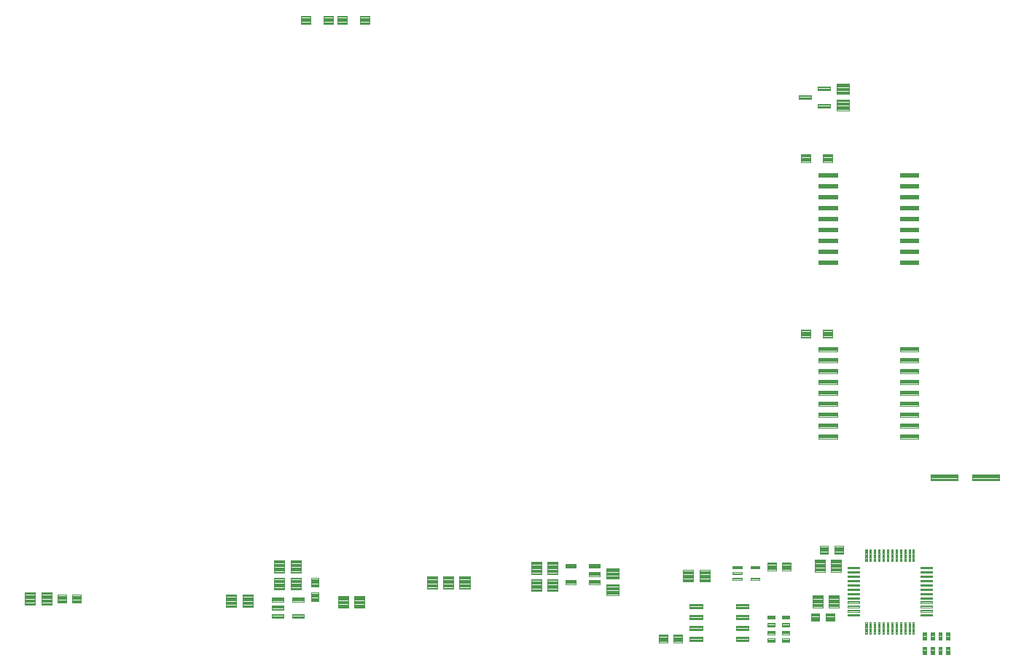
<source format=gtp>
G75*
%MOIN*%
%OFA0B0*%
%FSLAX25Y25*%
%IPPOS*%
%LPD*%
%AMOC8*
5,1,8,0,0,1.08239X$1,22.5*
%
%ADD10C,0.00394*%
%ADD11C,0.00402*%
%ADD12C,0.00396*%
%ADD13C,0.00409*%
%ADD14C,0.00390*%
%ADD15C,0.00406*%
D10*
X0173723Y0087244D02*
X0177659Y0087244D01*
X0173723Y0087244D02*
X0173723Y0090786D01*
X0177659Y0090786D01*
X0177659Y0087244D01*
X0177659Y0087637D02*
X0173723Y0087637D01*
X0173723Y0088030D02*
X0177659Y0088030D01*
X0177659Y0088423D02*
X0173723Y0088423D01*
X0173723Y0088816D02*
X0177659Y0088816D01*
X0177659Y0089209D02*
X0173723Y0089209D01*
X0173723Y0089602D02*
X0177659Y0089602D01*
X0177659Y0089995D02*
X0173723Y0089995D01*
X0173723Y0090388D02*
X0177659Y0090388D01*
X0177659Y0090781D02*
X0173723Y0090781D01*
X0180416Y0087244D02*
X0184352Y0087244D01*
X0180416Y0087244D02*
X0180416Y0090786D01*
X0184352Y0090786D01*
X0184352Y0087244D01*
X0184352Y0087637D02*
X0180416Y0087637D01*
X0180416Y0088030D02*
X0184352Y0088030D01*
X0184352Y0088423D02*
X0180416Y0088423D01*
X0180416Y0088816D02*
X0184352Y0088816D01*
X0184352Y0089209D02*
X0180416Y0089209D01*
X0180416Y0089602D02*
X0184352Y0089602D01*
X0184352Y0089995D02*
X0180416Y0089995D01*
X0180416Y0090388D02*
X0184352Y0090388D01*
X0184352Y0090781D02*
X0180416Y0090781D01*
X0293209Y0091787D02*
X0293209Y0087851D01*
X0289667Y0087851D01*
X0289667Y0091787D01*
X0293209Y0091787D01*
X0293209Y0088244D02*
X0289667Y0088244D01*
X0289667Y0088637D02*
X0293209Y0088637D01*
X0293209Y0089030D02*
X0289667Y0089030D01*
X0289667Y0089423D02*
X0293209Y0089423D01*
X0293209Y0089816D02*
X0289667Y0089816D01*
X0289667Y0090209D02*
X0293209Y0090209D01*
X0293209Y0090602D02*
X0289667Y0090602D01*
X0289667Y0090995D02*
X0293209Y0090995D01*
X0293209Y0091388D02*
X0289667Y0091388D01*
X0289667Y0091781D02*
X0293209Y0091781D01*
X0293209Y0094543D02*
X0293209Y0098479D01*
X0293209Y0094543D02*
X0289667Y0094543D01*
X0289667Y0098479D01*
X0293209Y0098479D01*
X0293209Y0094936D02*
X0289667Y0094936D01*
X0289667Y0095329D02*
X0293209Y0095329D01*
X0293209Y0095722D02*
X0289667Y0095722D01*
X0289667Y0096115D02*
X0293209Y0096115D01*
X0293209Y0096508D02*
X0289667Y0096508D01*
X0289667Y0096901D02*
X0293209Y0096901D01*
X0293209Y0097294D02*
X0289667Y0097294D01*
X0289667Y0097687D02*
X0293209Y0097687D01*
X0293209Y0098080D02*
X0289667Y0098080D01*
X0289667Y0098473D02*
X0293209Y0098473D01*
X0448873Y0069044D02*
X0452809Y0069044D01*
X0448873Y0069044D02*
X0448873Y0072586D01*
X0452809Y0072586D01*
X0452809Y0069044D01*
X0452809Y0069437D02*
X0448873Y0069437D01*
X0448873Y0069830D02*
X0452809Y0069830D01*
X0452809Y0070223D02*
X0448873Y0070223D01*
X0448873Y0070616D02*
X0452809Y0070616D01*
X0452809Y0071009D02*
X0448873Y0071009D01*
X0448873Y0071402D02*
X0452809Y0071402D01*
X0452809Y0071795D02*
X0448873Y0071795D01*
X0448873Y0072188D02*
X0452809Y0072188D01*
X0452809Y0072581D02*
X0448873Y0072581D01*
X0455566Y0069044D02*
X0459502Y0069044D01*
X0455566Y0069044D02*
X0455566Y0072586D01*
X0459502Y0072586D01*
X0459502Y0069044D01*
X0459502Y0069437D02*
X0455566Y0069437D01*
X0455566Y0069830D02*
X0459502Y0069830D01*
X0459502Y0070223D02*
X0455566Y0070223D01*
X0455566Y0070616D02*
X0459502Y0070616D01*
X0459502Y0071009D02*
X0455566Y0071009D01*
X0455566Y0071402D02*
X0459502Y0071402D01*
X0459502Y0071795D02*
X0455566Y0071795D01*
X0455566Y0072188D02*
X0459502Y0072188D01*
X0459502Y0072581D02*
X0455566Y0072581D01*
X0498320Y0072756D02*
X0498320Y0074330D01*
X0501862Y0074330D01*
X0501862Y0072756D01*
X0498320Y0072756D01*
X0498320Y0073149D02*
X0501862Y0073149D01*
X0501862Y0073542D02*
X0498320Y0073542D01*
X0498320Y0073935D02*
X0501862Y0073935D01*
X0501862Y0074328D02*
X0498320Y0074328D01*
X0498320Y0076300D02*
X0498320Y0077874D01*
X0501862Y0077874D01*
X0501862Y0076300D01*
X0498320Y0076300D01*
X0498320Y0076693D02*
X0501862Y0076693D01*
X0501862Y0077086D02*
X0498320Y0077086D01*
X0498320Y0077479D02*
X0501862Y0077479D01*
X0501862Y0077872D02*
X0498320Y0077872D01*
X0498320Y0079843D02*
X0498320Y0081417D01*
X0501862Y0081417D01*
X0501862Y0079843D01*
X0498320Y0079843D01*
X0498320Y0080236D02*
X0501862Y0080236D01*
X0501862Y0080629D02*
X0498320Y0080629D01*
X0498320Y0081022D02*
X0501862Y0081022D01*
X0501862Y0081415D02*
X0498320Y0081415D01*
X0505013Y0081417D02*
X0505013Y0079843D01*
X0505013Y0081417D02*
X0508555Y0081417D01*
X0508555Y0079843D01*
X0505013Y0079843D01*
X0505013Y0080236D02*
X0508555Y0080236D01*
X0508555Y0080629D02*
X0505013Y0080629D01*
X0505013Y0081022D02*
X0508555Y0081022D01*
X0508555Y0081415D02*
X0505013Y0081415D01*
X0505013Y0077874D02*
X0505013Y0076300D01*
X0505013Y0077874D02*
X0508555Y0077874D01*
X0508555Y0076300D01*
X0505013Y0076300D01*
X0505013Y0076693D02*
X0508555Y0076693D01*
X0508555Y0077086D02*
X0505013Y0077086D01*
X0505013Y0077479D02*
X0508555Y0077479D01*
X0508555Y0077872D02*
X0505013Y0077872D01*
X0505013Y0074330D02*
X0505013Y0072756D01*
X0505013Y0074330D02*
X0508555Y0074330D01*
X0508555Y0072756D01*
X0505013Y0072756D01*
X0505013Y0073149D02*
X0508555Y0073149D01*
X0508555Y0073542D02*
X0505013Y0073542D01*
X0505013Y0073935D02*
X0508555Y0073935D01*
X0508555Y0074328D02*
X0505013Y0074328D01*
X0505013Y0070787D02*
X0505013Y0069213D01*
X0505013Y0070787D02*
X0508555Y0070787D01*
X0508555Y0069213D01*
X0505013Y0069213D01*
X0505013Y0069606D02*
X0508555Y0069606D01*
X0508555Y0069999D02*
X0505013Y0069999D01*
X0505013Y0070392D02*
X0508555Y0070392D01*
X0508555Y0070785D02*
X0505013Y0070785D01*
X0498320Y0070787D02*
X0498320Y0069213D01*
X0498320Y0070787D02*
X0501862Y0070787D01*
X0501862Y0069213D01*
X0498320Y0069213D01*
X0498320Y0069606D02*
X0501862Y0069606D01*
X0501862Y0069999D02*
X0498320Y0069999D01*
X0498320Y0070392D02*
X0501862Y0070392D01*
X0501862Y0070785D02*
X0498320Y0070785D01*
X0518373Y0082336D02*
X0522309Y0082336D01*
X0522309Y0078794D01*
X0518373Y0078794D01*
X0518373Y0082336D01*
X0518373Y0079187D02*
X0522309Y0079187D01*
X0522309Y0079580D02*
X0518373Y0079580D01*
X0518373Y0079973D02*
X0522309Y0079973D01*
X0522309Y0080366D02*
X0518373Y0080366D01*
X0518373Y0080759D02*
X0522309Y0080759D01*
X0522309Y0081152D02*
X0518373Y0081152D01*
X0518373Y0081545D02*
X0522309Y0081545D01*
X0522309Y0081938D02*
X0518373Y0081938D01*
X0518373Y0082331D02*
X0522309Y0082331D01*
X0525066Y0082336D02*
X0529002Y0082336D01*
X0529002Y0078794D01*
X0525066Y0078794D01*
X0525066Y0082336D01*
X0525066Y0079187D02*
X0529002Y0079187D01*
X0529002Y0079580D02*
X0525066Y0079580D01*
X0525066Y0079973D02*
X0529002Y0079973D01*
X0529002Y0080366D02*
X0525066Y0080366D01*
X0525066Y0080759D02*
X0529002Y0080759D01*
X0529002Y0081152D02*
X0525066Y0081152D01*
X0525066Y0081545D02*
X0529002Y0081545D01*
X0529002Y0081938D02*
X0525066Y0081938D01*
X0525066Y0082331D02*
X0529002Y0082331D01*
X0509252Y0102044D02*
X0505316Y0102044D01*
X0505316Y0105586D01*
X0509252Y0105586D01*
X0509252Y0102044D01*
X0509252Y0102437D02*
X0505316Y0102437D01*
X0505316Y0102830D02*
X0509252Y0102830D01*
X0509252Y0103223D02*
X0505316Y0103223D01*
X0505316Y0103616D02*
X0509252Y0103616D01*
X0509252Y0104009D02*
X0505316Y0104009D01*
X0505316Y0104402D02*
X0509252Y0104402D01*
X0509252Y0104795D02*
X0505316Y0104795D01*
X0505316Y0105188D02*
X0509252Y0105188D01*
X0509252Y0105581D02*
X0505316Y0105581D01*
X0502559Y0102044D02*
X0498623Y0102044D01*
X0498623Y0105586D01*
X0502559Y0105586D01*
X0502559Y0102044D01*
X0502559Y0102437D02*
X0498623Y0102437D01*
X0498623Y0102830D02*
X0502559Y0102830D01*
X0502559Y0103223D02*
X0498623Y0103223D01*
X0498623Y0103616D02*
X0502559Y0103616D01*
X0502559Y0104009D02*
X0498623Y0104009D01*
X0498623Y0104402D02*
X0502559Y0104402D01*
X0502559Y0104795D02*
X0498623Y0104795D01*
X0498623Y0105188D02*
X0502559Y0105188D01*
X0502559Y0105581D02*
X0498623Y0105581D01*
X0522373Y0109594D02*
X0526309Y0109594D01*
X0522373Y0109594D02*
X0522373Y0113136D01*
X0526309Y0113136D01*
X0526309Y0109594D01*
X0526309Y0109987D02*
X0522373Y0109987D01*
X0522373Y0110380D02*
X0526309Y0110380D01*
X0526309Y0110773D02*
X0522373Y0110773D01*
X0522373Y0111166D02*
X0526309Y0111166D01*
X0526309Y0111559D02*
X0522373Y0111559D01*
X0522373Y0111952D02*
X0526309Y0111952D01*
X0526309Y0112345D02*
X0522373Y0112345D01*
X0522373Y0112738D02*
X0526309Y0112738D01*
X0526309Y0113131D02*
X0522373Y0113131D01*
X0529066Y0109594D02*
X0533002Y0109594D01*
X0529066Y0109594D02*
X0529066Y0113136D01*
X0533002Y0113136D01*
X0533002Y0109594D01*
X0533002Y0109987D02*
X0529066Y0109987D01*
X0529066Y0110380D02*
X0533002Y0110380D01*
X0533002Y0110773D02*
X0529066Y0110773D01*
X0529066Y0111166D02*
X0533002Y0111166D01*
X0533002Y0111559D02*
X0529066Y0111559D01*
X0529066Y0111952D02*
X0533002Y0111952D01*
X0533002Y0112345D02*
X0529066Y0112345D01*
X0529066Y0112738D02*
X0533002Y0112738D01*
X0533002Y0113131D02*
X0529066Y0113131D01*
X0569586Y0073682D02*
X0571160Y0073682D01*
X0571160Y0070140D01*
X0569586Y0070140D01*
X0569586Y0073682D01*
X0569586Y0070533D02*
X0571160Y0070533D01*
X0571160Y0070926D02*
X0569586Y0070926D01*
X0569586Y0071319D02*
X0571160Y0071319D01*
X0571160Y0071712D02*
X0569586Y0071712D01*
X0569586Y0072105D02*
X0571160Y0072105D01*
X0571160Y0072498D02*
X0569586Y0072498D01*
X0569586Y0072891D02*
X0571160Y0072891D01*
X0571160Y0073284D02*
X0569586Y0073284D01*
X0569586Y0073677D02*
X0571160Y0073677D01*
X0573129Y0073682D02*
X0574703Y0073682D01*
X0574703Y0070140D01*
X0573129Y0070140D01*
X0573129Y0073682D01*
X0573129Y0070533D02*
X0574703Y0070533D01*
X0574703Y0070926D02*
X0573129Y0070926D01*
X0573129Y0071319D02*
X0574703Y0071319D01*
X0574703Y0071712D02*
X0573129Y0071712D01*
X0573129Y0072105D02*
X0574703Y0072105D01*
X0574703Y0072498D02*
X0573129Y0072498D01*
X0573129Y0072891D02*
X0574703Y0072891D01*
X0574703Y0073284D02*
X0573129Y0073284D01*
X0573129Y0073677D02*
X0574703Y0073677D01*
X0576672Y0073682D02*
X0578246Y0073682D01*
X0578246Y0070140D01*
X0576672Y0070140D01*
X0576672Y0073682D01*
X0576672Y0070533D02*
X0578246Y0070533D01*
X0578246Y0070926D02*
X0576672Y0070926D01*
X0576672Y0071319D02*
X0578246Y0071319D01*
X0578246Y0071712D02*
X0576672Y0071712D01*
X0576672Y0072105D02*
X0578246Y0072105D01*
X0578246Y0072498D02*
X0576672Y0072498D01*
X0576672Y0072891D02*
X0578246Y0072891D01*
X0578246Y0073284D02*
X0576672Y0073284D01*
X0576672Y0073677D02*
X0578246Y0073677D01*
X0580216Y0073682D02*
X0581790Y0073682D01*
X0581790Y0070140D01*
X0580216Y0070140D01*
X0580216Y0073682D01*
X0580216Y0070533D02*
X0581790Y0070533D01*
X0581790Y0070926D02*
X0580216Y0070926D01*
X0580216Y0071319D02*
X0581790Y0071319D01*
X0581790Y0071712D02*
X0580216Y0071712D01*
X0580216Y0072105D02*
X0581790Y0072105D01*
X0581790Y0072498D02*
X0580216Y0072498D01*
X0580216Y0072891D02*
X0581790Y0072891D01*
X0581790Y0073284D02*
X0580216Y0073284D01*
X0580216Y0073677D02*
X0581790Y0073677D01*
X0581790Y0066990D02*
X0580216Y0066990D01*
X0581790Y0066990D02*
X0581790Y0063448D01*
X0580216Y0063448D01*
X0580216Y0066990D01*
X0580216Y0063841D02*
X0581790Y0063841D01*
X0581790Y0064234D02*
X0580216Y0064234D01*
X0580216Y0064627D02*
X0581790Y0064627D01*
X0581790Y0065020D02*
X0580216Y0065020D01*
X0580216Y0065413D02*
X0581790Y0065413D01*
X0581790Y0065806D02*
X0580216Y0065806D01*
X0580216Y0066199D02*
X0581790Y0066199D01*
X0581790Y0066592D02*
X0580216Y0066592D01*
X0580216Y0066985D02*
X0581790Y0066985D01*
X0578246Y0066990D02*
X0576672Y0066990D01*
X0578246Y0066990D02*
X0578246Y0063448D01*
X0576672Y0063448D01*
X0576672Y0066990D01*
X0576672Y0063841D02*
X0578246Y0063841D01*
X0578246Y0064234D02*
X0576672Y0064234D01*
X0576672Y0064627D02*
X0578246Y0064627D01*
X0578246Y0065020D02*
X0576672Y0065020D01*
X0576672Y0065413D02*
X0578246Y0065413D01*
X0578246Y0065806D02*
X0576672Y0065806D01*
X0576672Y0066199D02*
X0578246Y0066199D01*
X0578246Y0066592D02*
X0576672Y0066592D01*
X0576672Y0066985D02*
X0578246Y0066985D01*
X0574703Y0066990D02*
X0573129Y0066990D01*
X0574703Y0066990D02*
X0574703Y0063448D01*
X0573129Y0063448D01*
X0573129Y0066990D01*
X0573129Y0063841D02*
X0574703Y0063841D01*
X0574703Y0064234D02*
X0573129Y0064234D01*
X0573129Y0064627D02*
X0574703Y0064627D01*
X0574703Y0065020D02*
X0573129Y0065020D01*
X0573129Y0065413D02*
X0574703Y0065413D01*
X0574703Y0065806D02*
X0573129Y0065806D01*
X0573129Y0066199D02*
X0574703Y0066199D01*
X0574703Y0066592D02*
X0573129Y0066592D01*
X0573129Y0066985D02*
X0574703Y0066985D01*
X0571160Y0066990D02*
X0569586Y0066990D01*
X0571160Y0066990D02*
X0571160Y0063448D01*
X0569586Y0063448D01*
X0569586Y0066990D01*
X0569586Y0063841D02*
X0571160Y0063841D01*
X0571160Y0064234D02*
X0569586Y0064234D01*
X0569586Y0064627D02*
X0571160Y0064627D01*
X0571160Y0065020D02*
X0569586Y0065020D01*
X0569586Y0065413D02*
X0571160Y0065413D01*
X0571160Y0065806D02*
X0569586Y0065806D01*
X0569586Y0066199D02*
X0571160Y0066199D01*
X0571160Y0066592D02*
X0569586Y0066592D01*
X0569586Y0066985D02*
X0571160Y0066985D01*
X0528221Y0208644D02*
X0523891Y0208644D01*
X0523891Y0212186D01*
X0528221Y0212186D01*
X0528221Y0208644D01*
X0528221Y0209037D02*
X0523891Y0209037D01*
X0523891Y0209430D02*
X0528221Y0209430D01*
X0528221Y0209823D02*
X0523891Y0209823D01*
X0523891Y0210216D02*
X0528221Y0210216D01*
X0528221Y0210609D02*
X0523891Y0210609D01*
X0523891Y0211002D02*
X0528221Y0211002D01*
X0528221Y0211395D02*
X0523891Y0211395D01*
X0523891Y0211788D02*
X0528221Y0211788D01*
X0528221Y0212181D02*
X0523891Y0212181D01*
X0517985Y0208644D02*
X0513655Y0208644D01*
X0513655Y0212186D01*
X0517985Y0212186D01*
X0517985Y0208644D01*
X0517985Y0209037D02*
X0513655Y0209037D01*
X0513655Y0209430D02*
X0517985Y0209430D01*
X0517985Y0209823D02*
X0513655Y0209823D01*
X0513655Y0210216D02*
X0517985Y0210216D01*
X0517985Y0210609D02*
X0513655Y0210609D01*
X0513655Y0211002D02*
X0517985Y0211002D01*
X0517985Y0211395D02*
X0513655Y0211395D01*
X0513655Y0211788D02*
X0517985Y0211788D01*
X0517985Y0212181D02*
X0513655Y0212181D01*
X0513655Y0289094D02*
X0517985Y0289094D01*
X0513655Y0289094D02*
X0513655Y0292636D01*
X0517985Y0292636D01*
X0517985Y0289094D01*
X0517985Y0289487D02*
X0513655Y0289487D01*
X0513655Y0289880D02*
X0517985Y0289880D01*
X0517985Y0290273D02*
X0513655Y0290273D01*
X0513655Y0290666D02*
X0517985Y0290666D01*
X0517985Y0291059D02*
X0513655Y0291059D01*
X0513655Y0291452D02*
X0517985Y0291452D01*
X0517985Y0291845D02*
X0513655Y0291845D01*
X0513655Y0292238D02*
X0517985Y0292238D01*
X0517985Y0292631D02*
X0513655Y0292631D01*
X0523891Y0289094D02*
X0528221Y0289094D01*
X0523891Y0289094D02*
X0523891Y0292636D01*
X0528221Y0292636D01*
X0528221Y0289094D01*
X0528221Y0289487D02*
X0523891Y0289487D01*
X0523891Y0289880D02*
X0528221Y0289880D01*
X0528221Y0290273D02*
X0523891Y0290273D01*
X0523891Y0290666D02*
X0528221Y0290666D01*
X0528221Y0291059D02*
X0523891Y0291059D01*
X0523891Y0291452D02*
X0528221Y0291452D01*
X0528221Y0291845D02*
X0523891Y0291845D01*
X0523891Y0292238D02*
X0528221Y0292238D01*
X0528221Y0292631D02*
X0523891Y0292631D01*
X0316471Y0352294D02*
X0312141Y0352294D01*
X0312141Y0355836D01*
X0316471Y0355836D01*
X0316471Y0352294D01*
X0316471Y0352687D02*
X0312141Y0352687D01*
X0312141Y0353080D02*
X0316471Y0353080D01*
X0316471Y0353473D02*
X0312141Y0353473D01*
X0312141Y0353866D02*
X0316471Y0353866D01*
X0316471Y0354259D02*
X0312141Y0354259D01*
X0312141Y0354652D02*
X0316471Y0354652D01*
X0316471Y0355045D02*
X0312141Y0355045D01*
X0312141Y0355438D02*
X0316471Y0355438D01*
X0316471Y0355831D02*
X0312141Y0355831D01*
X0306235Y0352294D02*
X0301905Y0352294D01*
X0301905Y0355836D01*
X0306235Y0355836D01*
X0306235Y0352294D01*
X0306235Y0352687D02*
X0301905Y0352687D01*
X0301905Y0353080D02*
X0306235Y0353080D01*
X0306235Y0353473D02*
X0301905Y0353473D01*
X0301905Y0353866D02*
X0306235Y0353866D01*
X0306235Y0354259D02*
X0301905Y0354259D01*
X0301905Y0354652D02*
X0306235Y0354652D01*
X0306235Y0355045D02*
X0301905Y0355045D01*
X0301905Y0355438D02*
X0306235Y0355438D01*
X0306235Y0355831D02*
X0301905Y0355831D01*
X0299721Y0355836D02*
X0295391Y0355836D01*
X0299721Y0355836D02*
X0299721Y0352294D01*
X0295391Y0352294D01*
X0295391Y0355836D01*
X0295391Y0352687D02*
X0299721Y0352687D01*
X0299721Y0353080D02*
X0295391Y0353080D01*
X0295391Y0353473D02*
X0299721Y0353473D01*
X0299721Y0353866D02*
X0295391Y0353866D01*
X0295391Y0354259D02*
X0299721Y0354259D01*
X0299721Y0354652D02*
X0295391Y0354652D01*
X0295391Y0355045D02*
X0299721Y0355045D01*
X0299721Y0355438D02*
X0295391Y0355438D01*
X0295391Y0355831D02*
X0299721Y0355831D01*
X0289485Y0355836D02*
X0285155Y0355836D01*
X0289485Y0355836D02*
X0289485Y0352294D01*
X0285155Y0352294D01*
X0285155Y0355836D01*
X0285155Y0352687D02*
X0289485Y0352687D01*
X0289485Y0353080D02*
X0285155Y0353080D01*
X0285155Y0353473D02*
X0289485Y0353473D01*
X0289485Y0353866D02*
X0285155Y0353866D01*
X0285155Y0354259D02*
X0289485Y0354259D01*
X0289485Y0354652D02*
X0285155Y0354652D01*
X0285155Y0355045D02*
X0289485Y0355045D01*
X0289485Y0355438D02*
X0285155Y0355438D01*
X0285155Y0355831D02*
X0289485Y0355831D01*
D11*
X0462958Y0086565D02*
X0468658Y0086565D01*
X0468658Y0084605D01*
X0462958Y0084605D01*
X0462958Y0086565D01*
X0462958Y0085006D02*
X0468658Y0085006D01*
X0468658Y0085407D02*
X0462958Y0085407D01*
X0462958Y0085808D02*
X0468658Y0085808D01*
X0468658Y0086209D02*
X0462958Y0086209D01*
X0462958Y0081565D02*
X0468658Y0081565D01*
X0468658Y0079605D01*
X0462958Y0079605D01*
X0462958Y0081565D01*
X0462958Y0080006D02*
X0468658Y0080006D01*
X0468658Y0080407D02*
X0462958Y0080407D01*
X0462958Y0080808D02*
X0468658Y0080808D01*
X0468658Y0081209D02*
X0462958Y0081209D01*
X0462958Y0076565D02*
X0468658Y0076565D01*
X0468658Y0074605D01*
X0462958Y0074605D01*
X0462958Y0076565D01*
X0462958Y0075006D02*
X0468658Y0075006D01*
X0468658Y0075407D02*
X0462958Y0075407D01*
X0462958Y0075808D02*
X0468658Y0075808D01*
X0468658Y0076209D02*
X0462958Y0076209D01*
X0462958Y0071565D02*
X0468658Y0071565D01*
X0468658Y0069605D01*
X0462958Y0069605D01*
X0462958Y0071565D01*
X0462958Y0070006D02*
X0468658Y0070006D01*
X0468658Y0070407D02*
X0462958Y0070407D01*
X0462958Y0070808D02*
X0468658Y0070808D01*
X0468658Y0071209D02*
X0462958Y0071209D01*
X0484218Y0071565D02*
X0489918Y0071565D01*
X0489918Y0069605D01*
X0484218Y0069605D01*
X0484218Y0071565D01*
X0484218Y0070006D02*
X0489918Y0070006D01*
X0489918Y0070407D02*
X0484218Y0070407D01*
X0484218Y0070808D02*
X0489918Y0070808D01*
X0489918Y0071209D02*
X0484218Y0071209D01*
X0484218Y0076565D02*
X0489918Y0076565D01*
X0489918Y0074605D01*
X0484218Y0074605D01*
X0484218Y0076565D01*
X0484218Y0075006D02*
X0489918Y0075006D01*
X0489918Y0075407D02*
X0484218Y0075407D01*
X0484218Y0075808D02*
X0489918Y0075808D01*
X0489918Y0076209D02*
X0484218Y0076209D01*
X0484218Y0081565D02*
X0489918Y0081565D01*
X0489918Y0079605D01*
X0484218Y0079605D01*
X0484218Y0081565D01*
X0484218Y0080006D02*
X0489918Y0080006D01*
X0489918Y0080407D02*
X0484218Y0080407D01*
X0484218Y0080808D02*
X0489918Y0080808D01*
X0489918Y0081209D02*
X0484218Y0081209D01*
X0484218Y0086565D02*
X0489918Y0086565D01*
X0489918Y0084605D01*
X0484218Y0084605D01*
X0484218Y0086565D01*
X0484218Y0085006D02*
X0489918Y0085006D01*
X0489918Y0085407D02*
X0484218Y0085407D01*
X0484218Y0085808D02*
X0489918Y0085808D01*
X0489918Y0086209D02*
X0484218Y0086209D01*
D12*
X0535136Y0085767D02*
X0535136Y0085063D01*
X0535136Y0085767D02*
X0540540Y0085767D01*
X0540540Y0085063D01*
X0535136Y0085063D01*
X0535136Y0085458D02*
X0540540Y0085458D01*
X0535136Y0087063D02*
X0535136Y0087767D01*
X0540540Y0087767D01*
X0540540Y0087063D01*
X0535136Y0087063D01*
X0535136Y0087458D02*
X0540540Y0087458D01*
X0535136Y0088963D02*
X0535136Y0089667D01*
X0540540Y0089667D01*
X0540540Y0088963D01*
X0535136Y0088963D01*
X0535136Y0089358D02*
X0540540Y0089358D01*
X0535136Y0090963D02*
X0535136Y0091667D01*
X0540540Y0091667D01*
X0540540Y0090963D01*
X0535136Y0090963D01*
X0535136Y0091358D02*
X0540540Y0091358D01*
X0535136Y0092963D02*
X0535136Y0093667D01*
X0540540Y0093667D01*
X0540540Y0092963D01*
X0535136Y0092963D01*
X0535136Y0093358D02*
X0540540Y0093358D01*
X0535136Y0094963D02*
X0535136Y0095667D01*
X0540540Y0095667D01*
X0540540Y0094963D01*
X0535136Y0094963D01*
X0535136Y0095358D02*
X0540540Y0095358D01*
X0535136Y0096863D02*
X0535136Y0097567D01*
X0540540Y0097567D01*
X0540540Y0096863D01*
X0535136Y0096863D01*
X0535136Y0097258D02*
X0540540Y0097258D01*
X0535136Y0098863D02*
X0535136Y0099567D01*
X0540540Y0099567D01*
X0540540Y0098863D01*
X0535136Y0098863D01*
X0535136Y0099258D02*
X0540540Y0099258D01*
X0535136Y0100863D02*
X0535136Y0101567D01*
X0540540Y0101567D01*
X0540540Y0100863D01*
X0535136Y0100863D01*
X0535136Y0101258D02*
X0540540Y0101258D01*
X0535136Y0102763D02*
X0535136Y0103467D01*
X0540540Y0103467D01*
X0540540Y0102763D01*
X0535136Y0102763D01*
X0535136Y0103158D02*
X0540540Y0103158D01*
X0543286Y0111617D02*
X0543990Y0111617D01*
X0543990Y0106213D01*
X0543286Y0106213D01*
X0543286Y0111617D01*
X0543286Y0106608D02*
X0543990Y0106608D01*
X0543990Y0107003D02*
X0543286Y0107003D01*
X0543286Y0107398D02*
X0543990Y0107398D01*
X0543990Y0107793D02*
X0543286Y0107793D01*
X0543286Y0108188D02*
X0543990Y0108188D01*
X0543990Y0108583D02*
X0543286Y0108583D01*
X0543286Y0108978D02*
X0543990Y0108978D01*
X0543990Y0109373D02*
X0543286Y0109373D01*
X0543286Y0109768D02*
X0543990Y0109768D01*
X0543990Y0110163D02*
X0543286Y0110163D01*
X0543286Y0110558D02*
X0543990Y0110558D01*
X0543990Y0110953D02*
X0543286Y0110953D01*
X0543286Y0111348D02*
X0543990Y0111348D01*
X0545186Y0111617D02*
X0545890Y0111617D01*
X0545890Y0106213D01*
X0545186Y0106213D01*
X0545186Y0111617D01*
X0545186Y0106608D02*
X0545890Y0106608D01*
X0545890Y0107003D02*
X0545186Y0107003D01*
X0545186Y0107398D02*
X0545890Y0107398D01*
X0545890Y0107793D02*
X0545186Y0107793D01*
X0545186Y0108188D02*
X0545890Y0108188D01*
X0545890Y0108583D02*
X0545186Y0108583D01*
X0545186Y0108978D02*
X0545890Y0108978D01*
X0545890Y0109373D02*
X0545186Y0109373D01*
X0545186Y0109768D02*
X0545890Y0109768D01*
X0545890Y0110163D02*
X0545186Y0110163D01*
X0545186Y0110558D02*
X0545890Y0110558D01*
X0545890Y0110953D02*
X0545186Y0110953D01*
X0545186Y0111348D02*
X0545890Y0111348D01*
X0547186Y0111617D02*
X0547890Y0111617D01*
X0547890Y0106213D01*
X0547186Y0106213D01*
X0547186Y0111617D01*
X0547186Y0106608D02*
X0547890Y0106608D01*
X0547890Y0107003D02*
X0547186Y0107003D01*
X0547186Y0107398D02*
X0547890Y0107398D01*
X0547890Y0107793D02*
X0547186Y0107793D01*
X0547186Y0108188D02*
X0547890Y0108188D01*
X0547890Y0108583D02*
X0547186Y0108583D01*
X0547186Y0108978D02*
X0547890Y0108978D01*
X0547890Y0109373D02*
X0547186Y0109373D01*
X0547186Y0109768D02*
X0547890Y0109768D01*
X0547890Y0110163D02*
X0547186Y0110163D01*
X0547186Y0110558D02*
X0547890Y0110558D01*
X0547890Y0110953D02*
X0547186Y0110953D01*
X0547186Y0111348D02*
X0547890Y0111348D01*
X0549186Y0111617D02*
X0549890Y0111617D01*
X0549890Y0106213D01*
X0549186Y0106213D01*
X0549186Y0111617D01*
X0549186Y0106608D02*
X0549890Y0106608D01*
X0549890Y0107003D02*
X0549186Y0107003D01*
X0549186Y0107398D02*
X0549890Y0107398D01*
X0549890Y0107793D02*
X0549186Y0107793D01*
X0549186Y0108188D02*
X0549890Y0108188D01*
X0549890Y0108583D02*
X0549186Y0108583D01*
X0549186Y0108978D02*
X0549890Y0108978D01*
X0549890Y0109373D02*
X0549186Y0109373D01*
X0549186Y0109768D02*
X0549890Y0109768D01*
X0549890Y0110163D02*
X0549186Y0110163D01*
X0549186Y0110558D02*
X0549890Y0110558D01*
X0549890Y0110953D02*
X0549186Y0110953D01*
X0549186Y0111348D02*
X0549890Y0111348D01*
X0551086Y0111617D02*
X0551790Y0111617D01*
X0551790Y0106213D01*
X0551086Y0106213D01*
X0551086Y0111617D01*
X0551086Y0106608D02*
X0551790Y0106608D01*
X0551790Y0107003D02*
X0551086Y0107003D01*
X0551086Y0107398D02*
X0551790Y0107398D01*
X0551790Y0107793D02*
X0551086Y0107793D01*
X0551086Y0108188D02*
X0551790Y0108188D01*
X0551790Y0108583D02*
X0551086Y0108583D01*
X0551086Y0108978D02*
X0551790Y0108978D01*
X0551790Y0109373D02*
X0551086Y0109373D01*
X0551086Y0109768D02*
X0551790Y0109768D01*
X0551790Y0110163D02*
X0551086Y0110163D01*
X0551086Y0110558D02*
X0551790Y0110558D01*
X0551790Y0110953D02*
X0551086Y0110953D01*
X0551086Y0111348D02*
X0551790Y0111348D01*
X0553086Y0111617D02*
X0553790Y0111617D01*
X0553790Y0106213D01*
X0553086Y0106213D01*
X0553086Y0111617D01*
X0553086Y0106608D02*
X0553790Y0106608D01*
X0553790Y0107003D02*
X0553086Y0107003D01*
X0553086Y0107398D02*
X0553790Y0107398D01*
X0553790Y0107793D02*
X0553086Y0107793D01*
X0553086Y0108188D02*
X0553790Y0108188D01*
X0553790Y0108583D02*
X0553086Y0108583D01*
X0553086Y0108978D02*
X0553790Y0108978D01*
X0553790Y0109373D02*
X0553086Y0109373D01*
X0553086Y0109768D02*
X0553790Y0109768D01*
X0553790Y0110163D02*
X0553086Y0110163D01*
X0553086Y0110558D02*
X0553790Y0110558D01*
X0553790Y0110953D02*
X0553086Y0110953D01*
X0553086Y0111348D02*
X0553790Y0111348D01*
X0555086Y0111617D02*
X0555790Y0111617D01*
X0555790Y0106213D01*
X0555086Y0106213D01*
X0555086Y0111617D01*
X0555086Y0106608D02*
X0555790Y0106608D01*
X0555790Y0107003D02*
X0555086Y0107003D01*
X0555086Y0107398D02*
X0555790Y0107398D01*
X0555790Y0107793D02*
X0555086Y0107793D01*
X0555086Y0108188D02*
X0555790Y0108188D01*
X0555790Y0108583D02*
X0555086Y0108583D01*
X0555086Y0108978D02*
X0555790Y0108978D01*
X0555790Y0109373D02*
X0555086Y0109373D01*
X0555086Y0109768D02*
X0555790Y0109768D01*
X0555790Y0110163D02*
X0555086Y0110163D01*
X0555086Y0110558D02*
X0555790Y0110558D01*
X0555790Y0110953D02*
X0555086Y0110953D01*
X0555086Y0111348D02*
X0555790Y0111348D01*
X0557086Y0111617D02*
X0557790Y0111617D01*
X0557790Y0106213D01*
X0557086Y0106213D01*
X0557086Y0111617D01*
X0557086Y0106608D02*
X0557790Y0106608D01*
X0557790Y0107003D02*
X0557086Y0107003D01*
X0557086Y0107398D02*
X0557790Y0107398D01*
X0557790Y0107793D02*
X0557086Y0107793D01*
X0557086Y0108188D02*
X0557790Y0108188D01*
X0557790Y0108583D02*
X0557086Y0108583D01*
X0557086Y0108978D02*
X0557790Y0108978D01*
X0557790Y0109373D02*
X0557086Y0109373D01*
X0557086Y0109768D02*
X0557790Y0109768D01*
X0557790Y0110163D02*
X0557086Y0110163D01*
X0557086Y0110558D02*
X0557790Y0110558D01*
X0557790Y0110953D02*
X0557086Y0110953D01*
X0557086Y0111348D02*
X0557790Y0111348D01*
X0558986Y0111617D02*
X0559690Y0111617D01*
X0559690Y0106213D01*
X0558986Y0106213D01*
X0558986Y0111617D01*
X0558986Y0106608D02*
X0559690Y0106608D01*
X0559690Y0107003D02*
X0558986Y0107003D01*
X0558986Y0107398D02*
X0559690Y0107398D01*
X0559690Y0107793D02*
X0558986Y0107793D01*
X0558986Y0108188D02*
X0559690Y0108188D01*
X0559690Y0108583D02*
X0558986Y0108583D01*
X0558986Y0108978D02*
X0559690Y0108978D01*
X0559690Y0109373D02*
X0558986Y0109373D01*
X0558986Y0109768D02*
X0559690Y0109768D01*
X0559690Y0110163D02*
X0558986Y0110163D01*
X0558986Y0110558D02*
X0559690Y0110558D01*
X0559690Y0110953D02*
X0558986Y0110953D01*
X0558986Y0111348D02*
X0559690Y0111348D01*
X0560986Y0111617D02*
X0561690Y0111617D01*
X0561690Y0106213D01*
X0560986Y0106213D01*
X0560986Y0111617D01*
X0560986Y0106608D02*
X0561690Y0106608D01*
X0561690Y0107003D02*
X0560986Y0107003D01*
X0560986Y0107398D02*
X0561690Y0107398D01*
X0561690Y0107793D02*
X0560986Y0107793D01*
X0560986Y0108188D02*
X0561690Y0108188D01*
X0561690Y0108583D02*
X0560986Y0108583D01*
X0560986Y0108978D02*
X0561690Y0108978D01*
X0561690Y0109373D02*
X0560986Y0109373D01*
X0560986Y0109768D02*
X0561690Y0109768D01*
X0561690Y0110163D02*
X0560986Y0110163D01*
X0560986Y0110558D02*
X0561690Y0110558D01*
X0561690Y0110953D02*
X0560986Y0110953D01*
X0560986Y0111348D02*
X0561690Y0111348D01*
X0562986Y0111617D02*
X0563690Y0111617D01*
X0563690Y0106213D01*
X0562986Y0106213D01*
X0562986Y0111617D01*
X0562986Y0106608D02*
X0563690Y0106608D01*
X0563690Y0107003D02*
X0562986Y0107003D01*
X0562986Y0107398D02*
X0563690Y0107398D01*
X0563690Y0107793D02*
X0562986Y0107793D01*
X0562986Y0108188D02*
X0563690Y0108188D01*
X0563690Y0108583D02*
X0562986Y0108583D01*
X0562986Y0108978D02*
X0563690Y0108978D01*
X0563690Y0109373D02*
X0562986Y0109373D01*
X0562986Y0109768D02*
X0563690Y0109768D01*
X0563690Y0110163D02*
X0562986Y0110163D01*
X0562986Y0110558D02*
X0563690Y0110558D01*
X0563690Y0110953D02*
X0562986Y0110953D01*
X0562986Y0111348D02*
X0563690Y0111348D01*
X0564886Y0111617D02*
X0565590Y0111617D01*
X0565590Y0106213D01*
X0564886Y0106213D01*
X0564886Y0111617D01*
X0564886Y0106608D02*
X0565590Y0106608D01*
X0565590Y0107003D02*
X0564886Y0107003D01*
X0564886Y0107398D02*
X0565590Y0107398D01*
X0565590Y0107793D02*
X0564886Y0107793D01*
X0564886Y0108188D02*
X0565590Y0108188D01*
X0565590Y0108583D02*
X0564886Y0108583D01*
X0564886Y0108978D02*
X0565590Y0108978D01*
X0565590Y0109373D02*
X0564886Y0109373D01*
X0564886Y0109768D02*
X0565590Y0109768D01*
X0565590Y0110163D02*
X0564886Y0110163D01*
X0564886Y0110558D02*
X0565590Y0110558D01*
X0565590Y0110953D02*
X0564886Y0110953D01*
X0564886Y0111348D02*
X0565590Y0111348D01*
X0568336Y0103467D02*
X0568336Y0102763D01*
X0568336Y0103467D02*
X0573740Y0103467D01*
X0573740Y0102763D01*
X0568336Y0102763D01*
X0568336Y0103158D02*
X0573740Y0103158D01*
X0568336Y0101567D02*
X0568336Y0100863D01*
X0568336Y0101567D02*
X0573740Y0101567D01*
X0573740Y0100863D01*
X0568336Y0100863D01*
X0568336Y0101258D02*
X0573740Y0101258D01*
X0568336Y0099567D02*
X0568336Y0098863D01*
X0568336Y0099567D02*
X0573740Y0099567D01*
X0573740Y0098863D01*
X0568336Y0098863D01*
X0568336Y0099258D02*
X0573740Y0099258D01*
X0568336Y0097567D02*
X0568336Y0096863D01*
X0568336Y0097567D02*
X0573740Y0097567D01*
X0573740Y0096863D01*
X0568336Y0096863D01*
X0568336Y0097258D02*
X0573740Y0097258D01*
X0568336Y0095667D02*
X0568336Y0094963D01*
X0568336Y0095667D02*
X0573740Y0095667D01*
X0573740Y0094963D01*
X0568336Y0094963D01*
X0568336Y0095358D02*
X0573740Y0095358D01*
X0568336Y0093667D02*
X0568336Y0092963D01*
X0568336Y0093667D02*
X0573740Y0093667D01*
X0573740Y0092963D01*
X0568336Y0092963D01*
X0568336Y0093358D02*
X0573740Y0093358D01*
X0568336Y0091667D02*
X0568336Y0090963D01*
X0568336Y0091667D02*
X0573740Y0091667D01*
X0573740Y0090963D01*
X0568336Y0090963D01*
X0568336Y0091358D02*
X0573740Y0091358D01*
X0568336Y0089667D02*
X0568336Y0088963D01*
X0568336Y0089667D02*
X0573740Y0089667D01*
X0573740Y0088963D01*
X0568336Y0088963D01*
X0568336Y0089358D02*
X0573740Y0089358D01*
X0568336Y0087767D02*
X0568336Y0087063D01*
X0568336Y0087767D02*
X0573740Y0087767D01*
X0573740Y0087063D01*
X0568336Y0087063D01*
X0568336Y0087458D02*
X0573740Y0087458D01*
X0568336Y0085767D02*
X0568336Y0085063D01*
X0568336Y0085767D02*
X0573740Y0085767D01*
X0573740Y0085063D01*
X0568336Y0085063D01*
X0568336Y0085458D02*
X0573740Y0085458D01*
X0568336Y0083767D02*
X0568336Y0083063D01*
X0568336Y0083767D02*
X0573740Y0083767D01*
X0573740Y0083063D01*
X0568336Y0083063D01*
X0568336Y0083458D02*
X0573740Y0083458D01*
X0568336Y0081867D02*
X0568336Y0081163D01*
X0568336Y0081867D02*
X0573740Y0081867D01*
X0573740Y0081163D01*
X0568336Y0081163D01*
X0568336Y0081558D02*
X0573740Y0081558D01*
X0565590Y0078417D02*
X0564886Y0078417D01*
X0565590Y0078417D02*
X0565590Y0073013D01*
X0564886Y0073013D01*
X0564886Y0078417D01*
X0564886Y0073408D02*
X0565590Y0073408D01*
X0565590Y0073803D02*
X0564886Y0073803D01*
X0564886Y0074198D02*
X0565590Y0074198D01*
X0565590Y0074593D02*
X0564886Y0074593D01*
X0564886Y0074988D02*
X0565590Y0074988D01*
X0565590Y0075383D02*
X0564886Y0075383D01*
X0564886Y0075778D02*
X0565590Y0075778D01*
X0565590Y0076173D02*
X0564886Y0076173D01*
X0564886Y0076568D02*
X0565590Y0076568D01*
X0565590Y0076963D02*
X0564886Y0076963D01*
X0564886Y0077358D02*
X0565590Y0077358D01*
X0565590Y0077753D02*
X0564886Y0077753D01*
X0564886Y0078148D02*
X0565590Y0078148D01*
X0563690Y0078417D02*
X0562986Y0078417D01*
X0563690Y0078417D02*
X0563690Y0073013D01*
X0562986Y0073013D01*
X0562986Y0078417D01*
X0562986Y0073408D02*
X0563690Y0073408D01*
X0563690Y0073803D02*
X0562986Y0073803D01*
X0562986Y0074198D02*
X0563690Y0074198D01*
X0563690Y0074593D02*
X0562986Y0074593D01*
X0562986Y0074988D02*
X0563690Y0074988D01*
X0563690Y0075383D02*
X0562986Y0075383D01*
X0562986Y0075778D02*
X0563690Y0075778D01*
X0563690Y0076173D02*
X0562986Y0076173D01*
X0562986Y0076568D02*
X0563690Y0076568D01*
X0563690Y0076963D02*
X0562986Y0076963D01*
X0562986Y0077358D02*
X0563690Y0077358D01*
X0563690Y0077753D02*
X0562986Y0077753D01*
X0562986Y0078148D02*
X0563690Y0078148D01*
X0561690Y0078417D02*
X0560986Y0078417D01*
X0561690Y0078417D02*
X0561690Y0073013D01*
X0560986Y0073013D01*
X0560986Y0078417D01*
X0560986Y0073408D02*
X0561690Y0073408D01*
X0561690Y0073803D02*
X0560986Y0073803D01*
X0560986Y0074198D02*
X0561690Y0074198D01*
X0561690Y0074593D02*
X0560986Y0074593D01*
X0560986Y0074988D02*
X0561690Y0074988D01*
X0561690Y0075383D02*
X0560986Y0075383D01*
X0560986Y0075778D02*
X0561690Y0075778D01*
X0561690Y0076173D02*
X0560986Y0076173D01*
X0560986Y0076568D02*
X0561690Y0076568D01*
X0561690Y0076963D02*
X0560986Y0076963D01*
X0560986Y0077358D02*
X0561690Y0077358D01*
X0561690Y0077753D02*
X0560986Y0077753D01*
X0560986Y0078148D02*
X0561690Y0078148D01*
X0559690Y0078417D02*
X0558986Y0078417D01*
X0559690Y0078417D02*
X0559690Y0073013D01*
X0558986Y0073013D01*
X0558986Y0078417D01*
X0558986Y0073408D02*
X0559690Y0073408D01*
X0559690Y0073803D02*
X0558986Y0073803D01*
X0558986Y0074198D02*
X0559690Y0074198D01*
X0559690Y0074593D02*
X0558986Y0074593D01*
X0558986Y0074988D02*
X0559690Y0074988D01*
X0559690Y0075383D02*
X0558986Y0075383D01*
X0558986Y0075778D02*
X0559690Y0075778D01*
X0559690Y0076173D02*
X0558986Y0076173D01*
X0558986Y0076568D02*
X0559690Y0076568D01*
X0559690Y0076963D02*
X0558986Y0076963D01*
X0558986Y0077358D02*
X0559690Y0077358D01*
X0559690Y0077753D02*
X0558986Y0077753D01*
X0558986Y0078148D02*
X0559690Y0078148D01*
X0557790Y0078417D02*
X0557086Y0078417D01*
X0557790Y0078417D02*
X0557790Y0073013D01*
X0557086Y0073013D01*
X0557086Y0078417D01*
X0557086Y0073408D02*
X0557790Y0073408D01*
X0557790Y0073803D02*
X0557086Y0073803D01*
X0557086Y0074198D02*
X0557790Y0074198D01*
X0557790Y0074593D02*
X0557086Y0074593D01*
X0557086Y0074988D02*
X0557790Y0074988D01*
X0557790Y0075383D02*
X0557086Y0075383D01*
X0557086Y0075778D02*
X0557790Y0075778D01*
X0557790Y0076173D02*
X0557086Y0076173D01*
X0557086Y0076568D02*
X0557790Y0076568D01*
X0557790Y0076963D02*
X0557086Y0076963D01*
X0557086Y0077358D02*
X0557790Y0077358D01*
X0557790Y0077753D02*
X0557086Y0077753D01*
X0557086Y0078148D02*
X0557790Y0078148D01*
X0555790Y0078417D02*
X0555086Y0078417D01*
X0555790Y0078417D02*
X0555790Y0073013D01*
X0555086Y0073013D01*
X0555086Y0078417D01*
X0555086Y0073408D02*
X0555790Y0073408D01*
X0555790Y0073803D02*
X0555086Y0073803D01*
X0555086Y0074198D02*
X0555790Y0074198D01*
X0555790Y0074593D02*
X0555086Y0074593D01*
X0555086Y0074988D02*
X0555790Y0074988D01*
X0555790Y0075383D02*
X0555086Y0075383D01*
X0555086Y0075778D02*
X0555790Y0075778D01*
X0555790Y0076173D02*
X0555086Y0076173D01*
X0555086Y0076568D02*
X0555790Y0076568D01*
X0555790Y0076963D02*
X0555086Y0076963D01*
X0555086Y0077358D02*
X0555790Y0077358D01*
X0555790Y0077753D02*
X0555086Y0077753D01*
X0555086Y0078148D02*
X0555790Y0078148D01*
X0553790Y0078417D02*
X0553086Y0078417D01*
X0553790Y0078417D02*
X0553790Y0073013D01*
X0553086Y0073013D01*
X0553086Y0078417D01*
X0553086Y0073408D02*
X0553790Y0073408D01*
X0553790Y0073803D02*
X0553086Y0073803D01*
X0553086Y0074198D02*
X0553790Y0074198D01*
X0553790Y0074593D02*
X0553086Y0074593D01*
X0553086Y0074988D02*
X0553790Y0074988D01*
X0553790Y0075383D02*
X0553086Y0075383D01*
X0553086Y0075778D02*
X0553790Y0075778D01*
X0553790Y0076173D02*
X0553086Y0076173D01*
X0553086Y0076568D02*
X0553790Y0076568D01*
X0553790Y0076963D02*
X0553086Y0076963D01*
X0553086Y0077358D02*
X0553790Y0077358D01*
X0553790Y0077753D02*
X0553086Y0077753D01*
X0553086Y0078148D02*
X0553790Y0078148D01*
X0551790Y0078417D02*
X0551086Y0078417D01*
X0551790Y0078417D02*
X0551790Y0073013D01*
X0551086Y0073013D01*
X0551086Y0078417D01*
X0551086Y0073408D02*
X0551790Y0073408D01*
X0551790Y0073803D02*
X0551086Y0073803D01*
X0551086Y0074198D02*
X0551790Y0074198D01*
X0551790Y0074593D02*
X0551086Y0074593D01*
X0551086Y0074988D02*
X0551790Y0074988D01*
X0551790Y0075383D02*
X0551086Y0075383D01*
X0551086Y0075778D02*
X0551790Y0075778D01*
X0551790Y0076173D02*
X0551086Y0076173D01*
X0551086Y0076568D02*
X0551790Y0076568D01*
X0551790Y0076963D02*
X0551086Y0076963D01*
X0551086Y0077358D02*
X0551790Y0077358D01*
X0551790Y0077753D02*
X0551086Y0077753D01*
X0551086Y0078148D02*
X0551790Y0078148D01*
X0549890Y0078417D02*
X0549186Y0078417D01*
X0549890Y0078417D02*
X0549890Y0073013D01*
X0549186Y0073013D01*
X0549186Y0078417D01*
X0549186Y0073408D02*
X0549890Y0073408D01*
X0549890Y0073803D02*
X0549186Y0073803D01*
X0549186Y0074198D02*
X0549890Y0074198D01*
X0549890Y0074593D02*
X0549186Y0074593D01*
X0549186Y0074988D02*
X0549890Y0074988D01*
X0549890Y0075383D02*
X0549186Y0075383D01*
X0549186Y0075778D02*
X0549890Y0075778D01*
X0549890Y0076173D02*
X0549186Y0076173D01*
X0549186Y0076568D02*
X0549890Y0076568D01*
X0549890Y0076963D02*
X0549186Y0076963D01*
X0549186Y0077358D02*
X0549890Y0077358D01*
X0549890Y0077753D02*
X0549186Y0077753D01*
X0549186Y0078148D02*
X0549890Y0078148D01*
X0547890Y0078417D02*
X0547186Y0078417D01*
X0547890Y0078417D02*
X0547890Y0073013D01*
X0547186Y0073013D01*
X0547186Y0078417D01*
X0547186Y0073408D02*
X0547890Y0073408D01*
X0547890Y0073803D02*
X0547186Y0073803D01*
X0547186Y0074198D02*
X0547890Y0074198D01*
X0547890Y0074593D02*
X0547186Y0074593D01*
X0547186Y0074988D02*
X0547890Y0074988D01*
X0547890Y0075383D02*
X0547186Y0075383D01*
X0547186Y0075778D02*
X0547890Y0075778D01*
X0547890Y0076173D02*
X0547186Y0076173D01*
X0547186Y0076568D02*
X0547890Y0076568D01*
X0547890Y0076963D02*
X0547186Y0076963D01*
X0547186Y0077358D02*
X0547890Y0077358D01*
X0547890Y0077753D02*
X0547186Y0077753D01*
X0547186Y0078148D02*
X0547890Y0078148D01*
X0545890Y0078417D02*
X0545186Y0078417D01*
X0545890Y0078417D02*
X0545890Y0073013D01*
X0545186Y0073013D01*
X0545186Y0078417D01*
X0545186Y0073408D02*
X0545890Y0073408D01*
X0545890Y0073803D02*
X0545186Y0073803D01*
X0545186Y0074198D02*
X0545890Y0074198D01*
X0545890Y0074593D02*
X0545186Y0074593D01*
X0545186Y0074988D02*
X0545890Y0074988D01*
X0545890Y0075383D02*
X0545186Y0075383D01*
X0545186Y0075778D02*
X0545890Y0075778D01*
X0545890Y0076173D02*
X0545186Y0076173D01*
X0545186Y0076568D02*
X0545890Y0076568D01*
X0545890Y0076963D02*
X0545186Y0076963D01*
X0545186Y0077358D02*
X0545890Y0077358D01*
X0545890Y0077753D02*
X0545186Y0077753D01*
X0545186Y0078148D02*
X0545890Y0078148D01*
X0543990Y0078417D02*
X0543286Y0078417D01*
X0543990Y0078417D02*
X0543990Y0073013D01*
X0543286Y0073013D01*
X0543286Y0078417D01*
X0543286Y0073408D02*
X0543990Y0073408D01*
X0543990Y0073803D02*
X0543286Y0073803D01*
X0543286Y0074198D02*
X0543990Y0074198D01*
X0543990Y0074593D02*
X0543286Y0074593D01*
X0543286Y0074988D02*
X0543990Y0074988D01*
X0543990Y0075383D02*
X0543286Y0075383D01*
X0543286Y0075778D02*
X0543990Y0075778D01*
X0543990Y0076173D02*
X0543286Y0076173D01*
X0543286Y0076568D02*
X0543990Y0076568D01*
X0543990Y0076963D02*
X0543286Y0076963D01*
X0543286Y0077358D02*
X0543990Y0077358D01*
X0543990Y0077753D02*
X0543286Y0077753D01*
X0543286Y0078148D02*
X0543990Y0078148D01*
X0535136Y0081163D02*
X0535136Y0081867D01*
X0540540Y0081867D01*
X0540540Y0081163D01*
X0535136Y0081163D01*
X0535136Y0081558D02*
X0540540Y0081558D01*
X0535136Y0083063D02*
X0535136Y0083767D01*
X0540540Y0083767D01*
X0540540Y0083063D01*
X0535136Y0083063D01*
X0535136Y0083458D02*
X0540540Y0083458D01*
X0530340Y0164217D02*
X0521736Y0164217D01*
X0530340Y0164217D02*
X0530340Y0162413D01*
X0521736Y0162413D01*
X0521736Y0164217D01*
X0521736Y0162808D02*
X0530340Y0162808D01*
X0530340Y0163203D02*
X0521736Y0163203D01*
X0521736Y0163598D02*
X0530340Y0163598D01*
X0530340Y0163993D02*
X0521736Y0163993D01*
X0521736Y0169217D02*
X0530340Y0169217D01*
X0530340Y0167413D01*
X0521736Y0167413D01*
X0521736Y0169217D01*
X0521736Y0167808D02*
X0530340Y0167808D01*
X0530340Y0168203D02*
X0521736Y0168203D01*
X0521736Y0168598D02*
X0530340Y0168598D01*
X0530340Y0168993D02*
X0521736Y0168993D01*
X0521736Y0174217D02*
X0530340Y0174217D01*
X0530340Y0172413D01*
X0521736Y0172413D01*
X0521736Y0174217D01*
X0521736Y0172808D02*
X0530340Y0172808D01*
X0530340Y0173203D02*
X0521736Y0173203D01*
X0521736Y0173598D02*
X0530340Y0173598D01*
X0530340Y0173993D02*
X0521736Y0173993D01*
X0521736Y0179217D02*
X0530340Y0179217D01*
X0530340Y0177413D01*
X0521736Y0177413D01*
X0521736Y0179217D01*
X0521736Y0177808D02*
X0530340Y0177808D01*
X0530340Y0178203D02*
X0521736Y0178203D01*
X0521736Y0178598D02*
X0530340Y0178598D01*
X0530340Y0178993D02*
X0521736Y0178993D01*
X0521736Y0184217D02*
X0530340Y0184217D01*
X0530340Y0182413D01*
X0521736Y0182413D01*
X0521736Y0184217D01*
X0521736Y0182808D02*
X0530340Y0182808D01*
X0530340Y0183203D02*
X0521736Y0183203D01*
X0521736Y0183598D02*
X0530340Y0183598D01*
X0530340Y0183993D02*
X0521736Y0183993D01*
X0521736Y0189217D02*
X0530340Y0189217D01*
X0530340Y0187413D01*
X0521736Y0187413D01*
X0521736Y0189217D01*
X0521736Y0187808D02*
X0530340Y0187808D01*
X0530340Y0188203D02*
X0521736Y0188203D01*
X0521736Y0188598D02*
X0530340Y0188598D01*
X0530340Y0188993D02*
X0521736Y0188993D01*
X0521736Y0194217D02*
X0530340Y0194217D01*
X0530340Y0192413D01*
X0521736Y0192413D01*
X0521736Y0194217D01*
X0521736Y0192808D02*
X0530340Y0192808D01*
X0530340Y0193203D02*
X0521736Y0193203D01*
X0521736Y0193598D02*
X0530340Y0193598D01*
X0530340Y0193993D02*
X0521736Y0193993D01*
X0521736Y0199217D02*
X0530340Y0199217D01*
X0530340Y0197413D01*
X0521736Y0197413D01*
X0521736Y0199217D01*
X0521736Y0197808D02*
X0530340Y0197808D01*
X0530340Y0198203D02*
X0521736Y0198203D01*
X0521736Y0198598D02*
X0530340Y0198598D01*
X0530340Y0198993D02*
X0521736Y0198993D01*
X0521736Y0204217D02*
X0530340Y0204217D01*
X0530340Y0202413D01*
X0521736Y0202413D01*
X0521736Y0204217D01*
X0521736Y0202808D02*
X0530340Y0202808D01*
X0530340Y0203203D02*
X0521736Y0203203D01*
X0521736Y0203598D02*
X0530340Y0203598D01*
X0530340Y0203993D02*
X0521736Y0203993D01*
X0559036Y0204217D02*
X0567640Y0204217D01*
X0567640Y0202413D01*
X0559036Y0202413D01*
X0559036Y0204217D01*
X0559036Y0202808D02*
X0567640Y0202808D01*
X0567640Y0203203D02*
X0559036Y0203203D01*
X0559036Y0203598D02*
X0567640Y0203598D01*
X0567640Y0203993D02*
X0559036Y0203993D01*
X0559036Y0199217D02*
X0567640Y0199217D01*
X0567640Y0197413D01*
X0559036Y0197413D01*
X0559036Y0199217D01*
X0559036Y0197808D02*
X0567640Y0197808D01*
X0567640Y0198203D02*
X0559036Y0198203D01*
X0559036Y0198598D02*
X0567640Y0198598D01*
X0567640Y0198993D02*
X0559036Y0198993D01*
X0559036Y0194217D02*
X0567640Y0194217D01*
X0567640Y0192413D01*
X0559036Y0192413D01*
X0559036Y0194217D01*
X0559036Y0192808D02*
X0567640Y0192808D01*
X0567640Y0193203D02*
X0559036Y0193203D01*
X0559036Y0193598D02*
X0567640Y0193598D01*
X0567640Y0193993D02*
X0559036Y0193993D01*
X0559036Y0189217D02*
X0567640Y0189217D01*
X0567640Y0187413D01*
X0559036Y0187413D01*
X0559036Y0189217D01*
X0559036Y0187808D02*
X0567640Y0187808D01*
X0567640Y0188203D02*
X0559036Y0188203D01*
X0559036Y0188598D02*
X0567640Y0188598D01*
X0567640Y0188993D02*
X0559036Y0188993D01*
X0559036Y0184217D02*
X0567640Y0184217D01*
X0567640Y0182413D01*
X0559036Y0182413D01*
X0559036Y0184217D01*
X0559036Y0182808D02*
X0567640Y0182808D01*
X0567640Y0183203D02*
X0559036Y0183203D01*
X0559036Y0183598D02*
X0567640Y0183598D01*
X0567640Y0183993D02*
X0559036Y0183993D01*
X0559036Y0179217D02*
X0567640Y0179217D01*
X0567640Y0177413D01*
X0559036Y0177413D01*
X0559036Y0179217D01*
X0559036Y0177808D02*
X0567640Y0177808D01*
X0567640Y0178203D02*
X0559036Y0178203D01*
X0559036Y0178598D02*
X0567640Y0178598D01*
X0567640Y0178993D02*
X0559036Y0178993D01*
X0559036Y0174217D02*
X0567640Y0174217D01*
X0567640Y0172413D01*
X0559036Y0172413D01*
X0559036Y0174217D01*
X0559036Y0172808D02*
X0567640Y0172808D01*
X0567640Y0173203D02*
X0559036Y0173203D01*
X0559036Y0173598D02*
X0567640Y0173598D01*
X0567640Y0173993D02*
X0559036Y0173993D01*
X0559036Y0169217D02*
X0567640Y0169217D01*
X0567640Y0167413D01*
X0559036Y0167413D01*
X0559036Y0169217D01*
X0559036Y0167808D02*
X0567640Y0167808D01*
X0567640Y0168203D02*
X0559036Y0168203D01*
X0559036Y0168598D02*
X0567640Y0168598D01*
X0567640Y0168993D02*
X0559036Y0168993D01*
X0559036Y0164217D02*
X0567640Y0164217D01*
X0567640Y0162413D01*
X0559036Y0162413D01*
X0559036Y0164217D01*
X0559036Y0162808D02*
X0567640Y0162808D01*
X0567640Y0163203D02*
X0559036Y0163203D01*
X0559036Y0163598D02*
X0567640Y0163598D01*
X0567640Y0163993D02*
X0559036Y0163993D01*
X0559036Y0243967D02*
X0567640Y0243967D01*
X0567640Y0242163D01*
X0559036Y0242163D01*
X0559036Y0243967D01*
X0559036Y0242558D02*
X0567640Y0242558D01*
X0567640Y0242953D02*
X0559036Y0242953D01*
X0559036Y0243348D02*
X0567640Y0243348D01*
X0567640Y0243743D02*
X0559036Y0243743D01*
X0559036Y0248967D02*
X0567640Y0248967D01*
X0567640Y0247163D01*
X0559036Y0247163D01*
X0559036Y0248967D01*
X0559036Y0247558D02*
X0567640Y0247558D01*
X0567640Y0247953D02*
X0559036Y0247953D01*
X0559036Y0248348D02*
X0567640Y0248348D01*
X0567640Y0248743D02*
X0559036Y0248743D01*
X0559036Y0253967D02*
X0567640Y0253967D01*
X0567640Y0252163D01*
X0559036Y0252163D01*
X0559036Y0253967D01*
X0559036Y0252558D02*
X0567640Y0252558D01*
X0567640Y0252953D02*
X0559036Y0252953D01*
X0559036Y0253348D02*
X0567640Y0253348D01*
X0567640Y0253743D02*
X0559036Y0253743D01*
X0559036Y0258967D02*
X0567640Y0258967D01*
X0567640Y0257163D01*
X0559036Y0257163D01*
X0559036Y0258967D01*
X0559036Y0257558D02*
X0567640Y0257558D01*
X0567640Y0257953D02*
X0559036Y0257953D01*
X0559036Y0258348D02*
X0567640Y0258348D01*
X0567640Y0258743D02*
X0559036Y0258743D01*
X0559036Y0263967D02*
X0567640Y0263967D01*
X0567640Y0262163D01*
X0559036Y0262163D01*
X0559036Y0263967D01*
X0559036Y0262558D02*
X0567640Y0262558D01*
X0567640Y0262953D02*
X0559036Y0262953D01*
X0559036Y0263348D02*
X0567640Y0263348D01*
X0567640Y0263743D02*
X0559036Y0263743D01*
X0559036Y0268967D02*
X0567640Y0268967D01*
X0567640Y0267163D01*
X0559036Y0267163D01*
X0559036Y0268967D01*
X0559036Y0267558D02*
X0567640Y0267558D01*
X0567640Y0267953D02*
X0559036Y0267953D01*
X0559036Y0268348D02*
X0567640Y0268348D01*
X0567640Y0268743D02*
X0559036Y0268743D01*
X0559036Y0273967D02*
X0567640Y0273967D01*
X0567640Y0272163D01*
X0559036Y0272163D01*
X0559036Y0273967D01*
X0559036Y0272558D02*
X0567640Y0272558D01*
X0567640Y0272953D02*
X0559036Y0272953D01*
X0559036Y0273348D02*
X0567640Y0273348D01*
X0567640Y0273743D02*
X0559036Y0273743D01*
X0559036Y0278967D02*
X0567640Y0278967D01*
X0567640Y0277163D01*
X0559036Y0277163D01*
X0559036Y0278967D01*
X0559036Y0277558D02*
X0567640Y0277558D01*
X0567640Y0277953D02*
X0559036Y0277953D01*
X0559036Y0278348D02*
X0567640Y0278348D01*
X0567640Y0278743D02*
X0559036Y0278743D01*
X0559036Y0283967D02*
X0567640Y0283967D01*
X0567640Y0282163D01*
X0559036Y0282163D01*
X0559036Y0283967D01*
X0559036Y0282558D02*
X0567640Y0282558D01*
X0567640Y0282953D02*
X0559036Y0282953D01*
X0559036Y0283348D02*
X0567640Y0283348D01*
X0567640Y0283743D02*
X0559036Y0283743D01*
X0530340Y0283967D02*
X0521736Y0283967D01*
X0530340Y0283967D02*
X0530340Y0282163D01*
X0521736Y0282163D01*
X0521736Y0283967D01*
X0521736Y0282558D02*
X0530340Y0282558D01*
X0530340Y0282953D02*
X0521736Y0282953D01*
X0521736Y0283348D02*
X0530340Y0283348D01*
X0530340Y0283743D02*
X0521736Y0283743D01*
X0521736Y0278967D02*
X0530340Y0278967D01*
X0530340Y0277163D01*
X0521736Y0277163D01*
X0521736Y0278967D01*
X0521736Y0277558D02*
X0530340Y0277558D01*
X0530340Y0277953D02*
X0521736Y0277953D01*
X0521736Y0278348D02*
X0530340Y0278348D01*
X0530340Y0278743D02*
X0521736Y0278743D01*
X0521736Y0273967D02*
X0530340Y0273967D01*
X0530340Y0272163D01*
X0521736Y0272163D01*
X0521736Y0273967D01*
X0521736Y0272558D02*
X0530340Y0272558D01*
X0530340Y0272953D02*
X0521736Y0272953D01*
X0521736Y0273348D02*
X0530340Y0273348D01*
X0530340Y0273743D02*
X0521736Y0273743D01*
X0521736Y0268967D02*
X0530340Y0268967D01*
X0530340Y0267163D01*
X0521736Y0267163D01*
X0521736Y0268967D01*
X0521736Y0267558D02*
X0530340Y0267558D01*
X0530340Y0267953D02*
X0521736Y0267953D01*
X0521736Y0268348D02*
X0530340Y0268348D01*
X0530340Y0268743D02*
X0521736Y0268743D01*
X0521736Y0263967D02*
X0530340Y0263967D01*
X0530340Y0262163D01*
X0521736Y0262163D01*
X0521736Y0263967D01*
X0521736Y0262558D02*
X0530340Y0262558D01*
X0530340Y0262953D02*
X0521736Y0262953D01*
X0521736Y0263348D02*
X0530340Y0263348D01*
X0530340Y0263743D02*
X0521736Y0263743D01*
X0521736Y0258967D02*
X0530340Y0258967D01*
X0530340Y0257163D01*
X0521736Y0257163D01*
X0521736Y0258967D01*
X0521736Y0257558D02*
X0530340Y0257558D01*
X0530340Y0257953D02*
X0521736Y0257953D01*
X0521736Y0258348D02*
X0530340Y0258348D01*
X0530340Y0258743D02*
X0521736Y0258743D01*
X0521736Y0253967D02*
X0530340Y0253967D01*
X0530340Y0252163D01*
X0521736Y0252163D01*
X0521736Y0253967D01*
X0521736Y0252558D02*
X0530340Y0252558D01*
X0530340Y0252953D02*
X0521736Y0252953D01*
X0521736Y0253348D02*
X0530340Y0253348D01*
X0530340Y0253743D02*
X0521736Y0253743D01*
X0521736Y0248967D02*
X0530340Y0248967D01*
X0530340Y0247163D01*
X0521736Y0247163D01*
X0521736Y0248967D01*
X0521736Y0247558D02*
X0530340Y0247558D01*
X0530340Y0247953D02*
X0521736Y0247953D01*
X0521736Y0248348D02*
X0530340Y0248348D01*
X0530340Y0248743D02*
X0521736Y0248743D01*
X0521736Y0243967D02*
X0530340Y0243967D01*
X0530340Y0242163D01*
X0521736Y0242163D01*
X0521736Y0243967D01*
X0521736Y0242558D02*
X0530340Y0242558D01*
X0530340Y0242953D02*
X0521736Y0242953D01*
X0521736Y0243348D02*
X0530340Y0243348D01*
X0530340Y0243743D02*
X0521736Y0243743D01*
X0521386Y0315717D02*
X0526990Y0315717D01*
X0526990Y0313913D01*
X0521386Y0313913D01*
X0521386Y0315717D01*
X0521386Y0314308D02*
X0526990Y0314308D01*
X0526990Y0314703D02*
X0521386Y0314703D01*
X0521386Y0315098D02*
X0526990Y0315098D01*
X0526990Y0315493D02*
X0521386Y0315493D01*
X0518490Y0319717D02*
X0512886Y0319717D01*
X0518490Y0319717D02*
X0518490Y0317913D01*
X0512886Y0317913D01*
X0512886Y0319717D01*
X0512886Y0318308D02*
X0518490Y0318308D01*
X0518490Y0318703D02*
X0512886Y0318703D01*
X0512886Y0319098D02*
X0518490Y0319098D01*
X0518490Y0319493D02*
X0512886Y0319493D01*
X0521386Y0323717D02*
X0526990Y0323717D01*
X0526990Y0321913D01*
X0521386Y0321913D01*
X0521386Y0323717D01*
X0521386Y0322308D02*
X0526990Y0322308D01*
X0526990Y0322703D02*
X0521386Y0322703D01*
X0521386Y0323098D02*
X0526990Y0323098D01*
X0526990Y0323493D02*
X0521386Y0323493D01*
X0421740Y0104917D02*
X0416936Y0104917D01*
X0421740Y0104917D02*
X0421740Y0103113D01*
X0416936Y0103113D01*
X0416936Y0104917D01*
X0416936Y0103508D02*
X0421740Y0103508D01*
X0421740Y0103903D02*
X0416936Y0103903D01*
X0416936Y0104298D02*
X0421740Y0104298D01*
X0421740Y0104693D02*
X0416936Y0104693D01*
X0416936Y0101217D02*
X0421740Y0101217D01*
X0421740Y0099413D01*
X0416936Y0099413D01*
X0416936Y0101217D01*
X0416936Y0099808D02*
X0421740Y0099808D01*
X0421740Y0100203D02*
X0416936Y0100203D01*
X0416936Y0100598D02*
X0421740Y0100598D01*
X0421740Y0100993D02*
X0416936Y0100993D01*
X0416936Y0097517D02*
X0421740Y0097517D01*
X0421740Y0095713D01*
X0416936Y0095713D01*
X0416936Y0097517D01*
X0416936Y0096108D02*
X0421740Y0096108D01*
X0421740Y0096503D02*
X0416936Y0096503D01*
X0416936Y0096898D02*
X0421740Y0096898D01*
X0421740Y0097293D02*
X0416936Y0097293D01*
X0410940Y0097517D02*
X0406136Y0097517D01*
X0410940Y0097517D02*
X0410940Y0095713D01*
X0406136Y0095713D01*
X0406136Y0097517D01*
X0406136Y0096108D02*
X0410940Y0096108D01*
X0410940Y0096503D02*
X0406136Y0096503D01*
X0406136Y0096898D02*
X0410940Y0096898D01*
X0410940Y0097293D02*
X0406136Y0097293D01*
X0406136Y0104917D02*
X0410940Y0104917D01*
X0410940Y0103113D01*
X0406136Y0103113D01*
X0406136Y0104917D01*
X0406136Y0103508D02*
X0410940Y0103508D01*
X0410940Y0103903D02*
X0406136Y0103903D01*
X0406136Y0104298D02*
X0410940Y0104298D01*
X0410940Y0104693D02*
X0406136Y0104693D01*
X0286490Y0087753D02*
X0281086Y0087753D01*
X0281086Y0089557D01*
X0286490Y0089557D01*
X0286490Y0087753D01*
X0286490Y0088148D02*
X0281086Y0088148D01*
X0281086Y0088543D02*
X0286490Y0088543D01*
X0286490Y0088938D02*
X0281086Y0088938D01*
X0281086Y0089333D02*
X0286490Y0089333D01*
X0286490Y0080273D02*
X0281086Y0080273D01*
X0281086Y0082077D01*
X0286490Y0082077D01*
X0286490Y0080273D01*
X0286490Y0080668D02*
X0281086Y0080668D01*
X0281086Y0081063D02*
X0286490Y0081063D01*
X0286490Y0081458D02*
X0281086Y0081458D01*
X0281086Y0081853D02*
X0286490Y0081853D01*
X0277090Y0080273D02*
X0271686Y0080273D01*
X0271686Y0082077D01*
X0277090Y0082077D01*
X0277090Y0080273D01*
X0277090Y0080668D02*
X0271686Y0080668D01*
X0271686Y0081063D02*
X0277090Y0081063D01*
X0277090Y0081458D02*
X0271686Y0081458D01*
X0271686Y0081853D02*
X0277090Y0081853D01*
X0277090Y0084013D02*
X0271686Y0084013D01*
X0271686Y0085817D01*
X0277090Y0085817D01*
X0277090Y0084013D01*
X0277090Y0084408D02*
X0271686Y0084408D01*
X0271686Y0084803D02*
X0277090Y0084803D01*
X0277090Y0085198D02*
X0271686Y0085198D01*
X0271686Y0085593D02*
X0277090Y0085593D01*
X0277090Y0087753D02*
X0271686Y0087753D01*
X0271686Y0089557D01*
X0277090Y0089557D01*
X0277090Y0087753D01*
X0277090Y0088148D02*
X0271686Y0088148D01*
X0271686Y0088543D02*
X0277090Y0088543D01*
X0277090Y0088938D02*
X0271686Y0088938D01*
X0271686Y0089333D02*
X0277090Y0089333D01*
D13*
X0163553Y0091764D02*
X0158843Y0091764D01*
X0163553Y0091764D02*
X0163553Y0086266D01*
X0158843Y0086266D01*
X0158843Y0091764D01*
X0158843Y0086674D02*
X0163553Y0086674D01*
X0163553Y0087082D02*
X0158843Y0087082D01*
X0158843Y0087490D02*
X0163553Y0087490D01*
X0163553Y0087898D02*
X0158843Y0087898D01*
X0158843Y0088306D02*
X0163553Y0088306D01*
X0163553Y0088714D02*
X0158843Y0088714D01*
X0158843Y0089122D02*
X0163553Y0089122D01*
X0163553Y0089530D02*
X0158843Y0089530D01*
X0158843Y0089938D02*
X0163553Y0089938D01*
X0163553Y0090346D02*
X0158843Y0090346D01*
X0158843Y0090754D02*
X0163553Y0090754D01*
X0163553Y0091162D02*
X0158843Y0091162D01*
X0158843Y0091570D02*
X0163553Y0091570D01*
X0166323Y0091764D02*
X0171033Y0091764D01*
X0171033Y0086266D01*
X0166323Y0086266D01*
X0166323Y0091764D01*
X0166323Y0086674D02*
X0171033Y0086674D01*
X0171033Y0087082D02*
X0166323Y0087082D01*
X0166323Y0087490D02*
X0171033Y0087490D01*
X0171033Y0087898D02*
X0166323Y0087898D01*
X0166323Y0088306D02*
X0171033Y0088306D01*
X0171033Y0088714D02*
X0166323Y0088714D01*
X0166323Y0089122D02*
X0171033Y0089122D01*
X0171033Y0089530D02*
X0166323Y0089530D01*
X0166323Y0089938D02*
X0171033Y0089938D01*
X0171033Y0090346D02*
X0166323Y0090346D01*
X0166323Y0090754D02*
X0171033Y0090754D01*
X0171033Y0091162D02*
X0166323Y0091162D01*
X0166323Y0091570D02*
X0171033Y0091570D01*
X0250893Y0090764D02*
X0255603Y0090764D01*
X0255603Y0085266D01*
X0250893Y0085266D01*
X0250893Y0090764D01*
X0250893Y0085674D02*
X0255603Y0085674D01*
X0255603Y0086082D02*
X0250893Y0086082D01*
X0250893Y0086490D02*
X0255603Y0086490D01*
X0255603Y0086898D02*
X0250893Y0086898D01*
X0250893Y0087306D02*
X0255603Y0087306D01*
X0255603Y0087714D02*
X0250893Y0087714D01*
X0250893Y0088122D02*
X0255603Y0088122D01*
X0255603Y0088530D02*
X0250893Y0088530D01*
X0250893Y0088938D02*
X0255603Y0088938D01*
X0255603Y0089346D02*
X0250893Y0089346D01*
X0250893Y0089754D02*
X0255603Y0089754D01*
X0255603Y0090162D02*
X0250893Y0090162D01*
X0250893Y0090570D02*
X0255603Y0090570D01*
X0258373Y0090764D02*
X0263083Y0090764D01*
X0263083Y0085266D01*
X0258373Y0085266D01*
X0258373Y0090764D01*
X0258373Y0085674D02*
X0263083Y0085674D01*
X0263083Y0086082D02*
X0258373Y0086082D01*
X0258373Y0086490D02*
X0263083Y0086490D01*
X0263083Y0086898D02*
X0258373Y0086898D01*
X0258373Y0087306D02*
X0263083Y0087306D01*
X0263083Y0087714D02*
X0258373Y0087714D01*
X0258373Y0088122D02*
X0263083Y0088122D01*
X0263083Y0088530D02*
X0258373Y0088530D01*
X0258373Y0088938D02*
X0263083Y0088938D01*
X0263083Y0089346D02*
X0258373Y0089346D01*
X0258373Y0089754D02*
X0263083Y0089754D01*
X0263083Y0090162D02*
X0258373Y0090162D01*
X0258373Y0090570D02*
X0263083Y0090570D01*
X0272893Y0093216D02*
X0277603Y0093216D01*
X0272893Y0093216D02*
X0272893Y0098714D01*
X0277603Y0098714D01*
X0277603Y0093216D01*
X0277603Y0093624D02*
X0272893Y0093624D01*
X0272893Y0094032D02*
X0277603Y0094032D01*
X0277603Y0094440D02*
X0272893Y0094440D01*
X0272893Y0094848D02*
X0277603Y0094848D01*
X0277603Y0095256D02*
X0272893Y0095256D01*
X0272893Y0095664D02*
X0277603Y0095664D01*
X0277603Y0096072D02*
X0272893Y0096072D01*
X0272893Y0096480D02*
X0277603Y0096480D01*
X0277603Y0096888D02*
X0272893Y0096888D01*
X0272893Y0097296D02*
X0277603Y0097296D01*
X0277603Y0097704D02*
X0272893Y0097704D01*
X0272893Y0098112D02*
X0277603Y0098112D01*
X0277603Y0098520D02*
X0272893Y0098520D01*
X0272893Y0106464D02*
X0277603Y0106464D01*
X0277603Y0100966D01*
X0272893Y0100966D01*
X0272893Y0106464D01*
X0272893Y0101374D02*
X0277603Y0101374D01*
X0277603Y0101782D02*
X0272893Y0101782D01*
X0272893Y0102190D02*
X0277603Y0102190D01*
X0277603Y0102598D02*
X0272893Y0102598D01*
X0272893Y0103006D02*
X0277603Y0103006D01*
X0277603Y0103414D02*
X0272893Y0103414D01*
X0272893Y0103822D02*
X0277603Y0103822D01*
X0277603Y0104230D02*
X0272893Y0104230D01*
X0272893Y0104638D02*
X0277603Y0104638D01*
X0277603Y0105046D02*
X0272893Y0105046D01*
X0272893Y0105454D02*
X0277603Y0105454D01*
X0277603Y0105862D02*
X0272893Y0105862D01*
X0272893Y0106270D02*
X0277603Y0106270D01*
X0280373Y0106464D02*
X0285083Y0106464D01*
X0285083Y0100966D01*
X0280373Y0100966D01*
X0280373Y0106464D01*
X0280373Y0101374D02*
X0285083Y0101374D01*
X0285083Y0101782D02*
X0280373Y0101782D01*
X0280373Y0102190D02*
X0285083Y0102190D01*
X0285083Y0102598D02*
X0280373Y0102598D01*
X0280373Y0103006D02*
X0285083Y0103006D01*
X0285083Y0103414D02*
X0280373Y0103414D01*
X0280373Y0103822D02*
X0285083Y0103822D01*
X0285083Y0104230D02*
X0280373Y0104230D01*
X0280373Y0104638D02*
X0285083Y0104638D01*
X0285083Y0105046D02*
X0280373Y0105046D01*
X0280373Y0105454D02*
X0285083Y0105454D01*
X0285083Y0105862D02*
X0280373Y0105862D01*
X0280373Y0106270D02*
X0285083Y0106270D01*
X0285083Y0093216D02*
X0280373Y0093216D01*
X0280373Y0098714D01*
X0285083Y0098714D01*
X0285083Y0093216D01*
X0285083Y0093624D02*
X0280373Y0093624D01*
X0280373Y0094032D02*
X0285083Y0094032D01*
X0285083Y0094440D02*
X0280373Y0094440D01*
X0280373Y0094848D02*
X0285083Y0094848D01*
X0285083Y0095256D02*
X0280373Y0095256D01*
X0280373Y0095664D02*
X0285083Y0095664D01*
X0285083Y0096072D02*
X0280373Y0096072D01*
X0280373Y0096480D02*
X0285083Y0096480D01*
X0285083Y0096888D02*
X0280373Y0096888D01*
X0280373Y0097296D02*
X0285083Y0097296D01*
X0285083Y0097704D02*
X0280373Y0097704D01*
X0280373Y0098112D02*
X0285083Y0098112D01*
X0285083Y0098520D02*
X0280373Y0098520D01*
X0301993Y0084766D02*
X0306703Y0084766D01*
X0301993Y0084766D02*
X0301993Y0090264D01*
X0306703Y0090264D01*
X0306703Y0084766D01*
X0306703Y0085174D02*
X0301993Y0085174D01*
X0301993Y0085582D02*
X0306703Y0085582D01*
X0306703Y0085990D02*
X0301993Y0085990D01*
X0301993Y0086398D02*
X0306703Y0086398D01*
X0306703Y0086806D02*
X0301993Y0086806D01*
X0301993Y0087214D02*
X0306703Y0087214D01*
X0306703Y0087622D02*
X0301993Y0087622D01*
X0301993Y0088030D02*
X0306703Y0088030D01*
X0306703Y0088438D02*
X0301993Y0088438D01*
X0301993Y0088846D02*
X0306703Y0088846D01*
X0306703Y0089254D02*
X0301993Y0089254D01*
X0301993Y0089662D02*
X0306703Y0089662D01*
X0306703Y0090070D02*
X0301993Y0090070D01*
X0309473Y0084766D02*
X0314183Y0084766D01*
X0309473Y0084766D02*
X0309473Y0090264D01*
X0314183Y0090264D01*
X0314183Y0084766D01*
X0314183Y0085174D02*
X0309473Y0085174D01*
X0309473Y0085582D02*
X0314183Y0085582D01*
X0314183Y0085990D02*
X0309473Y0085990D01*
X0309473Y0086398D02*
X0314183Y0086398D01*
X0314183Y0086806D02*
X0309473Y0086806D01*
X0309473Y0087214D02*
X0314183Y0087214D01*
X0314183Y0087622D02*
X0309473Y0087622D01*
X0309473Y0088030D02*
X0314183Y0088030D01*
X0314183Y0088438D02*
X0309473Y0088438D01*
X0309473Y0088846D02*
X0314183Y0088846D01*
X0314183Y0089254D02*
X0309473Y0089254D01*
X0309473Y0089662D02*
X0314183Y0089662D01*
X0314183Y0090070D02*
X0309473Y0090070D01*
X0342652Y0099164D02*
X0347362Y0099164D01*
X0347362Y0093666D01*
X0342652Y0093666D01*
X0342652Y0099164D01*
X0342652Y0094074D02*
X0347362Y0094074D01*
X0347362Y0094482D02*
X0342652Y0094482D01*
X0342652Y0094890D02*
X0347362Y0094890D01*
X0347362Y0095298D02*
X0342652Y0095298D01*
X0342652Y0095706D02*
X0347362Y0095706D01*
X0347362Y0096114D02*
X0342652Y0096114D01*
X0342652Y0096522D02*
X0347362Y0096522D01*
X0347362Y0096930D02*
X0342652Y0096930D01*
X0342652Y0097338D02*
X0347362Y0097338D01*
X0347362Y0097746D02*
X0342652Y0097746D01*
X0342652Y0098154D02*
X0347362Y0098154D01*
X0347362Y0098562D02*
X0342652Y0098562D01*
X0342652Y0098970D02*
X0347362Y0098970D01*
X0350133Y0099164D02*
X0354843Y0099164D01*
X0354843Y0093666D01*
X0350133Y0093666D01*
X0350133Y0099164D01*
X0350133Y0094074D02*
X0354843Y0094074D01*
X0354843Y0094482D02*
X0350133Y0094482D01*
X0350133Y0094890D02*
X0354843Y0094890D01*
X0354843Y0095298D02*
X0350133Y0095298D01*
X0350133Y0095706D02*
X0354843Y0095706D01*
X0354843Y0096114D02*
X0350133Y0096114D01*
X0350133Y0096522D02*
X0354843Y0096522D01*
X0354843Y0096930D02*
X0350133Y0096930D01*
X0350133Y0097338D02*
X0354843Y0097338D01*
X0354843Y0097746D02*
X0350133Y0097746D01*
X0350133Y0098154D02*
X0354843Y0098154D01*
X0354843Y0098562D02*
X0350133Y0098562D01*
X0350133Y0098970D02*
X0354843Y0098970D01*
X0357613Y0099164D02*
X0362323Y0099164D01*
X0362323Y0093666D01*
X0357613Y0093666D01*
X0357613Y0099164D01*
X0357613Y0094074D02*
X0362323Y0094074D01*
X0362323Y0094482D02*
X0357613Y0094482D01*
X0357613Y0094890D02*
X0362323Y0094890D01*
X0362323Y0095298D02*
X0357613Y0095298D01*
X0357613Y0095706D02*
X0362323Y0095706D01*
X0362323Y0096114D02*
X0357613Y0096114D01*
X0357613Y0096522D02*
X0362323Y0096522D01*
X0362323Y0096930D02*
X0357613Y0096930D01*
X0357613Y0097338D02*
X0362323Y0097338D01*
X0362323Y0097746D02*
X0357613Y0097746D01*
X0357613Y0098154D02*
X0362323Y0098154D01*
X0362323Y0098562D02*
X0357613Y0098562D01*
X0357613Y0098970D02*
X0362323Y0098970D01*
X0390343Y0098064D02*
X0395053Y0098064D01*
X0395053Y0092566D01*
X0390343Y0092566D01*
X0390343Y0098064D01*
X0390343Y0092974D02*
X0395053Y0092974D01*
X0395053Y0093382D02*
X0390343Y0093382D01*
X0390343Y0093790D02*
X0395053Y0093790D01*
X0395053Y0094198D02*
X0390343Y0094198D01*
X0390343Y0094606D02*
X0395053Y0094606D01*
X0395053Y0095014D02*
X0390343Y0095014D01*
X0390343Y0095422D02*
X0395053Y0095422D01*
X0395053Y0095830D02*
X0390343Y0095830D01*
X0390343Y0096238D02*
X0395053Y0096238D01*
X0395053Y0096646D02*
X0390343Y0096646D01*
X0390343Y0097054D02*
X0395053Y0097054D01*
X0395053Y0097462D02*
X0390343Y0097462D01*
X0390343Y0097870D02*
X0395053Y0097870D01*
X0395053Y0100316D02*
X0390343Y0100316D01*
X0390343Y0105814D01*
X0395053Y0105814D01*
X0395053Y0100316D01*
X0395053Y0100724D02*
X0390343Y0100724D01*
X0390343Y0101132D02*
X0395053Y0101132D01*
X0395053Y0101540D02*
X0390343Y0101540D01*
X0390343Y0101948D02*
X0395053Y0101948D01*
X0395053Y0102356D02*
X0390343Y0102356D01*
X0390343Y0102764D02*
X0395053Y0102764D01*
X0395053Y0103172D02*
X0390343Y0103172D01*
X0390343Y0103580D02*
X0395053Y0103580D01*
X0395053Y0103988D02*
X0390343Y0103988D01*
X0390343Y0104396D02*
X0395053Y0104396D01*
X0395053Y0104804D02*
X0390343Y0104804D01*
X0390343Y0105212D02*
X0395053Y0105212D01*
X0395053Y0105620D02*
X0390343Y0105620D01*
X0397823Y0100316D02*
X0402533Y0100316D01*
X0397823Y0100316D02*
X0397823Y0105814D01*
X0402533Y0105814D01*
X0402533Y0100316D01*
X0402533Y0100724D02*
X0397823Y0100724D01*
X0397823Y0101132D02*
X0402533Y0101132D01*
X0402533Y0101540D02*
X0397823Y0101540D01*
X0397823Y0101948D02*
X0402533Y0101948D01*
X0402533Y0102356D02*
X0397823Y0102356D01*
X0397823Y0102764D02*
X0402533Y0102764D01*
X0402533Y0103172D02*
X0397823Y0103172D01*
X0397823Y0103580D02*
X0402533Y0103580D01*
X0402533Y0103988D02*
X0397823Y0103988D01*
X0397823Y0104396D02*
X0402533Y0104396D01*
X0402533Y0104804D02*
X0397823Y0104804D01*
X0397823Y0105212D02*
X0402533Y0105212D01*
X0402533Y0105620D02*
X0397823Y0105620D01*
X0397823Y0098064D02*
X0402533Y0098064D01*
X0402533Y0092566D01*
X0397823Y0092566D01*
X0397823Y0098064D01*
X0397823Y0092974D02*
X0402533Y0092974D01*
X0402533Y0093382D02*
X0397823Y0093382D01*
X0397823Y0093790D02*
X0402533Y0093790D01*
X0402533Y0094198D02*
X0397823Y0094198D01*
X0397823Y0094606D02*
X0402533Y0094606D01*
X0402533Y0095014D02*
X0397823Y0095014D01*
X0397823Y0095422D02*
X0402533Y0095422D01*
X0402533Y0095830D02*
X0397823Y0095830D01*
X0397823Y0096238D02*
X0402533Y0096238D01*
X0402533Y0096646D02*
X0397823Y0096646D01*
X0397823Y0097054D02*
X0402533Y0097054D01*
X0402533Y0097462D02*
X0397823Y0097462D01*
X0397823Y0097870D02*
X0402533Y0097870D01*
X0424939Y0098200D02*
X0424939Y0102910D01*
X0430437Y0102910D01*
X0430437Y0098200D01*
X0424939Y0098200D01*
X0424939Y0098608D02*
X0430437Y0098608D01*
X0430437Y0099016D02*
X0424939Y0099016D01*
X0424939Y0099424D02*
X0430437Y0099424D01*
X0430437Y0099832D02*
X0424939Y0099832D01*
X0424939Y0100240D02*
X0430437Y0100240D01*
X0430437Y0100648D02*
X0424939Y0100648D01*
X0424939Y0101056D02*
X0430437Y0101056D01*
X0430437Y0101464D02*
X0424939Y0101464D01*
X0424939Y0101872D02*
X0430437Y0101872D01*
X0430437Y0102280D02*
X0424939Y0102280D01*
X0424939Y0102688D02*
X0430437Y0102688D01*
X0424939Y0095430D02*
X0424939Y0090720D01*
X0424939Y0095430D02*
X0430437Y0095430D01*
X0430437Y0090720D01*
X0424939Y0090720D01*
X0424939Y0091128D02*
X0430437Y0091128D01*
X0430437Y0091536D02*
X0424939Y0091536D01*
X0424939Y0091944D02*
X0430437Y0091944D01*
X0430437Y0092352D02*
X0424939Y0092352D01*
X0424939Y0092760D02*
X0430437Y0092760D01*
X0430437Y0093168D02*
X0424939Y0093168D01*
X0424939Y0093576D02*
X0430437Y0093576D01*
X0430437Y0093984D02*
X0424939Y0093984D01*
X0424939Y0094392D02*
X0430437Y0094392D01*
X0430437Y0094800D02*
X0424939Y0094800D01*
X0424939Y0095208D02*
X0430437Y0095208D01*
X0459843Y0096816D02*
X0464553Y0096816D01*
X0459843Y0096816D02*
X0459843Y0102314D01*
X0464553Y0102314D01*
X0464553Y0096816D01*
X0464553Y0097224D02*
X0459843Y0097224D01*
X0459843Y0097632D02*
X0464553Y0097632D01*
X0464553Y0098040D02*
X0459843Y0098040D01*
X0459843Y0098448D02*
X0464553Y0098448D01*
X0464553Y0098856D02*
X0459843Y0098856D01*
X0459843Y0099264D02*
X0464553Y0099264D01*
X0464553Y0099672D02*
X0459843Y0099672D01*
X0459843Y0100080D02*
X0464553Y0100080D01*
X0464553Y0100488D02*
X0459843Y0100488D01*
X0459843Y0100896D02*
X0464553Y0100896D01*
X0464553Y0101304D02*
X0459843Y0101304D01*
X0459843Y0101712D02*
X0464553Y0101712D01*
X0464553Y0102120D02*
X0459843Y0102120D01*
X0467323Y0096816D02*
X0472033Y0096816D01*
X0467323Y0096816D02*
X0467323Y0102314D01*
X0472033Y0102314D01*
X0472033Y0096816D01*
X0472033Y0097224D02*
X0467323Y0097224D01*
X0467323Y0097632D02*
X0472033Y0097632D01*
X0472033Y0098040D02*
X0467323Y0098040D01*
X0467323Y0098448D02*
X0472033Y0098448D01*
X0472033Y0098856D02*
X0467323Y0098856D01*
X0467323Y0099264D02*
X0472033Y0099264D01*
X0472033Y0099672D02*
X0467323Y0099672D01*
X0467323Y0100080D02*
X0472033Y0100080D01*
X0472033Y0100488D02*
X0467323Y0100488D01*
X0467323Y0100896D02*
X0472033Y0100896D01*
X0472033Y0101304D02*
X0467323Y0101304D01*
X0467323Y0101712D02*
X0472033Y0101712D01*
X0472033Y0102120D02*
X0467323Y0102120D01*
X0520093Y0106914D02*
X0524803Y0106914D01*
X0524803Y0101416D01*
X0520093Y0101416D01*
X0520093Y0106914D01*
X0520093Y0101824D02*
X0524803Y0101824D01*
X0524803Y0102232D02*
X0520093Y0102232D01*
X0520093Y0102640D02*
X0524803Y0102640D01*
X0524803Y0103048D02*
X0520093Y0103048D01*
X0520093Y0103456D02*
X0524803Y0103456D01*
X0524803Y0103864D02*
X0520093Y0103864D01*
X0520093Y0104272D02*
X0524803Y0104272D01*
X0524803Y0104680D02*
X0520093Y0104680D01*
X0520093Y0105088D02*
X0524803Y0105088D01*
X0524803Y0105496D02*
X0520093Y0105496D01*
X0520093Y0105904D02*
X0524803Y0105904D01*
X0524803Y0106312D02*
X0520093Y0106312D01*
X0520093Y0106720D02*
X0524803Y0106720D01*
X0527573Y0106914D02*
X0532283Y0106914D01*
X0532283Y0101416D01*
X0527573Y0101416D01*
X0527573Y0106914D01*
X0527573Y0101824D02*
X0532283Y0101824D01*
X0532283Y0102232D02*
X0527573Y0102232D01*
X0527573Y0102640D02*
X0532283Y0102640D01*
X0532283Y0103048D02*
X0527573Y0103048D01*
X0527573Y0103456D02*
X0532283Y0103456D01*
X0532283Y0103864D02*
X0527573Y0103864D01*
X0527573Y0104272D02*
X0532283Y0104272D01*
X0532283Y0104680D02*
X0527573Y0104680D01*
X0527573Y0105088D02*
X0532283Y0105088D01*
X0532283Y0105496D02*
X0527573Y0105496D01*
X0527573Y0105904D02*
X0532283Y0105904D01*
X0532283Y0106312D02*
X0527573Y0106312D01*
X0527573Y0106720D02*
X0532283Y0106720D01*
X0531283Y0085066D02*
X0526573Y0085066D01*
X0526573Y0090564D01*
X0531283Y0090564D01*
X0531283Y0085066D01*
X0531283Y0085474D02*
X0526573Y0085474D01*
X0526573Y0085882D02*
X0531283Y0085882D01*
X0531283Y0086290D02*
X0526573Y0086290D01*
X0526573Y0086698D02*
X0531283Y0086698D01*
X0531283Y0087106D02*
X0526573Y0087106D01*
X0526573Y0087514D02*
X0531283Y0087514D01*
X0531283Y0087922D02*
X0526573Y0087922D01*
X0526573Y0088330D02*
X0531283Y0088330D01*
X0531283Y0088738D02*
X0526573Y0088738D01*
X0526573Y0089146D02*
X0531283Y0089146D01*
X0531283Y0089554D02*
X0526573Y0089554D01*
X0526573Y0089962D02*
X0531283Y0089962D01*
X0531283Y0090370D02*
X0526573Y0090370D01*
X0523803Y0085066D02*
X0519093Y0085066D01*
X0519093Y0090564D01*
X0523803Y0090564D01*
X0523803Y0085066D01*
X0523803Y0085474D02*
X0519093Y0085474D01*
X0519093Y0085882D02*
X0523803Y0085882D01*
X0523803Y0086290D02*
X0519093Y0086290D01*
X0519093Y0086698D02*
X0523803Y0086698D01*
X0523803Y0087106D02*
X0519093Y0087106D01*
X0519093Y0087514D02*
X0523803Y0087514D01*
X0523803Y0087922D02*
X0519093Y0087922D01*
X0519093Y0088330D02*
X0523803Y0088330D01*
X0523803Y0088738D02*
X0519093Y0088738D01*
X0519093Y0089146D02*
X0523803Y0089146D01*
X0523803Y0089554D02*
X0519093Y0089554D01*
X0519093Y0089962D02*
X0523803Y0089962D01*
X0523803Y0090370D02*
X0519093Y0090370D01*
X0535687Y0312720D02*
X0535687Y0317430D01*
X0535687Y0312720D02*
X0530189Y0312720D01*
X0530189Y0317430D01*
X0535687Y0317430D01*
X0535687Y0313128D02*
X0530189Y0313128D01*
X0530189Y0313536D02*
X0535687Y0313536D01*
X0535687Y0313944D02*
X0530189Y0313944D01*
X0530189Y0314352D02*
X0535687Y0314352D01*
X0535687Y0314760D02*
X0530189Y0314760D01*
X0530189Y0315168D02*
X0535687Y0315168D01*
X0535687Y0315576D02*
X0530189Y0315576D01*
X0530189Y0315984D02*
X0535687Y0315984D01*
X0535687Y0316392D02*
X0530189Y0316392D01*
X0530189Y0316800D02*
X0535687Y0316800D01*
X0535687Y0317208D02*
X0530189Y0317208D01*
X0535687Y0320200D02*
X0535687Y0324910D01*
X0535687Y0320200D02*
X0530189Y0320200D01*
X0530189Y0324910D01*
X0535687Y0324910D01*
X0535687Y0320608D02*
X0530189Y0320608D01*
X0530189Y0321016D02*
X0535687Y0321016D01*
X0535687Y0321424D02*
X0530189Y0321424D01*
X0530189Y0321832D02*
X0535687Y0321832D01*
X0535687Y0322240D02*
X0530189Y0322240D01*
X0530189Y0322648D02*
X0535687Y0322648D01*
X0535687Y0323056D02*
X0530189Y0323056D01*
X0530189Y0323464D02*
X0535687Y0323464D01*
X0535687Y0323872D02*
X0530189Y0323872D01*
X0530189Y0324280D02*
X0535687Y0324280D01*
X0535687Y0324688D02*
X0530189Y0324688D01*
D14*
X0573133Y0143310D02*
X0585543Y0143310D01*
X0573133Y0143310D02*
X0573133Y0145920D01*
X0585543Y0145920D01*
X0585543Y0143310D01*
X0585543Y0143699D02*
X0573133Y0143699D01*
X0573133Y0144088D02*
X0585543Y0144088D01*
X0585543Y0144477D02*
X0573133Y0144477D01*
X0573133Y0144866D02*
X0585543Y0144866D01*
X0585543Y0145255D02*
X0573133Y0145255D01*
X0573133Y0145644D02*
X0585543Y0145644D01*
X0592133Y0143310D02*
X0604543Y0143310D01*
X0592133Y0143310D02*
X0592133Y0145920D01*
X0604543Y0145920D01*
X0604543Y0143310D01*
X0604543Y0143699D02*
X0592133Y0143699D01*
X0592133Y0144088D02*
X0604543Y0144088D01*
X0604543Y0144477D02*
X0592133Y0144477D01*
X0592133Y0144866D02*
X0604543Y0144866D01*
X0604543Y0145255D02*
X0592133Y0145255D01*
X0592133Y0145644D02*
X0604543Y0145644D01*
D15*
X0494885Y0102918D02*
X0490691Y0102918D01*
X0490691Y0103912D01*
X0494885Y0103912D01*
X0494885Y0102918D01*
X0494885Y0103323D02*
X0490691Y0103323D01*
X0490691Y0103728D02*
X0494885Y0103728D01*
X0494885Y0097718D02*
X0490691Y0097718D01*
X0490691Y0098712D01*
X0494885Y0098712D01*
X0494885Y0097718D01*
X0494885Y0098123D02*
X0490691Y0098123D01*
X0490691Y0098528D02*
X0494885Y0098528D01*
X0486685Y0097718D02*
X0482491Y0097718D01*
X0482491Y0098712D01*
X0486685Y0098712D01*
X0486685Y0097718D01*
X0486685Y0098123D02*
X0482491Y0098123D01*
X0482491Y0098528D02*
X0486685Y0098528D01*
X0486685Y0100318D02*
X0482491Y0100318D01*
X0482491Y0101312D01*
X0486685Y0101312D01*
X0486685Y0100318D01*
X0486685Y0100723D02*
X0482491Y0100723D01*
X0482491Y0101128D02*
X0486685Y0101128D01*
X0486685Y0102918D02*
X0482491Y0102918D01*
X0482491Y0103912D01*
X0486685Y0103912D01*
X0486685Y0102918D01*
X0486685Y0103323D02*
X0482491Y0103323D01*
X0482491Y0103728D02*
X0486685Y0103728D01*
M02*

</source>
